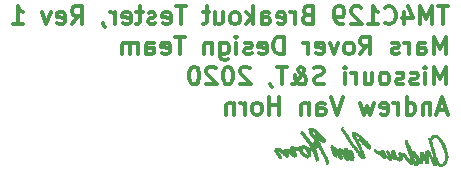
<source format=gbr>
G04 #@! TF.GenerationSoftware,KiCad,Pcbnew,(5.0.2)-1*
G04 #@! TF.CreationDate,2020-01-11T13:29:28-06:00*
G04 #@! TF.ProjectId,TM4C129 Breakout Tester,544d3443-3132-4392-9042-7265616b6f75,rev?*
G04 #@! TF.SameCoordinates,Original*
G04 #@! TF.FileFunction,Legend,Bot*
G04 #@! TF.FilePolarity,Positive*
%FSLAX46Y46*%
G04 Gerber Fmt 4.6, Leading zero omitted, Abs format (unit mm)*
G04 Created by KiCad (PCBNEW (5.0.2)-1) date 1/11/2020 1:29:28 PM*
%MOMM*%
%LPD*%
G01*
G04 APERTURE LIST*
%ADD10C,0.300000*%
%ADD11C,0.010000*%
G04 APERTURE END LIST*
D10*
X150030142Y-54789571D02*
X149173000Y-54789571D01*
X149601571Y-56289571D02*
X149601571Y-54789571D01*
X148673000Y-56289571D02*
X148673000Y-54789571D01*
X148173000Y-55861000D01*
X147673000Y-54789571D01*
X147673000Y-56289571D01*
X146315857Y-55289571D02*
X146315857Y-56289571D01*
X146673000Y-54718142D02*
X147030142Y-55789571D01*
X146101571Y-55789571D01*
X144673000Y-56146714D02*
X144744428Y-56218142D01*
X144958714Y-56289571D01*
X145101571Y-56289571D01*
X145315857Y-56218142D01*
X145458714Y-56075285D01*
X145530142Y-55932428D01*
X145601571Y-55646714D01*
X145601571Y-55432428D01*
X145530142Y-55146714D01*
X145458714Y-55003857D01*
X145315857Y-54861000D01*
X145101571Y-54789571D01*
X144958714Y-54789571D01*
X144744428Y-54861000D01*
X144673000Y-54932428D01*
X143244428Y-56289571D02*
X144101571Y-56289571D01*
X143673000Y-56289571D02*
X143673000Y-54789571D01*
X143815857Y-55003857D01*
X143958714Y-55146714D01*
X144101571Y-55218142D01*
X142673000Y-54932428D02*
X142601571Y-54861000D01*
X142458714Y-54789571D01*
X142101571Y-54789571D01*
X141958714Y-54861000D01*
X141887285Y-54932428D01*
X141815857Y-55075285D01*
X141815857Y-55218142D01*
X141887285Y-55432428D01*
X142744428Y-56289571D01*
X141815857Y-56289571D01*
X141101571Y-56289571D02*
X140815857Y-56289571D01*
X140673000Y-56218142D01*
X140601571Y-56146714D01*
X140458714Y-55932428D01*
X140387285Y-55646714D01*
X140387285Y-55075285D01*
X140458714Y-54932428D01*
X140530142Y-54861000D01*
X140673000Y-54789571D01*
X140958714Y-54789571D01*
X141101571Y-54861000D01*
X141173000Y-54932428D01*
X141244428Y-55075285D01*
X141244428Y-55432428D01*
X141173000Y-55575285D01*
X141101571Y-55646714D01*
X140958714Y-55718142D01*
X140673000Y-55718142D01*
X140530142Y-55646714D01*
X140458714Y-55575285D01*
X140387285Y-55432428D01*
X138101571Y-55503857D02*
X137887285Y-55575285D01*
X137815857Y-55646714D01*
X137744428Y-55789571D01*
X137744428Y-56003857D01*
X137815857Y-56146714D01*
X137887285Y-56218142D01*
X138030142Y-56289571D01*
X138601571Y-56289571D01*
X138601571Y-54789571D01*
X138101571Y-54789571D01*
X137958714Y-54861000D01*
X137887285Y-54932428D01*
X137815857Y-55075285D01*
X137815857Y-55218142D01*
X137887285Y-55361000D01*
X137958714Y-55432428D01*
X138101571Y-55503857D01*
X138601571Y-55503857D01*
X137101571Y-56289571D02*
X137101571Y-55289571D01*
X137101571Y-55575285D02*
X137030142Y-55432428D01*
X136958714Y-55361000D01*
X136815857Y-55289571D01*
X136673000Y-55289571D01*
X135601571Y-56218142D02*
X135744428Y-56289571D01*
X136030142Y-56289571D01*
X136173000Y-56218142D01*
X136244428Y-56075285D01*
X136244428Y-55503857D01*
X136173000Y-55361000D01*
X136030142Y-55289571D01*
X135744428Y-55289571D01*
X135601571Y-55361000D01*
X135530142Y-55503857D01*
X135530142Y-55646714D01*
X136244428Y-55789571D01*
X134244428Y-56289571D02*
X134244428Y-55503857D01*
X134315857Y-55361000D01*
X134458714Y-55289571D01*
X134744428Y-55289571D01*
X134887285Y-55361000D01*
X134244428Y-56218142D02*
X134387285Y-56289571D01*
X134744428Y-56289571D01*
X134887285Y-56218142D01*
X134958714Y-56075285D01*
X134958714Y-55932428D01*
X134887285Y-55789571D01*
X134744428Y-55718142D01*
X134387285Y-55718142D01*
X134244428Y-55646714D01*
X133530142Y-56289571D02*
X133530142Y-54789571D01*
X133387285Y-55718142D02*
X132958714Y-56289571D01*
X132958714Y-55289571D02*
X133530142Y-55861000D01*
X132101571Y-56289571D02*
X132244428Y-56218142D01*
X132315857Y-56146714D01*
X132387285Y-56003857D01*
X132387285Y-55575285D01*
X132315857Y-55432428D01*
X132244428Y-55361000D01*
X132101571Y-55289571D01*
X131887285Y-55289571D01*
X131744428Y-55361000D01*
X131673000Y-55432428D01*
X131601571Y-55575285D01*
X131601571Y-56003857D01*
X131673000Y-56146714D01*
X131744428Y-56218142D01*
X131887285Y-56289571D01*
X132101571Y-56289571D01*
X130315857Y-55289571D02*
X130315857Y-56289571D01*
X130958714Y-55289571D02*
X130958714Y-56075285D01*
X130887285Y-56218142D01*
X130744428Y-56289571D01*
X130530142Y-56289571D01*
X130387285Y-56218142D01*
X130315857Y-56146714D01*
X129815857Y-55289571D02*
X129244428Y-55289571D01*
X129601571Y-54789571D02*
X129601571Y-56075285D01*
X129530142Y-56218142D01*
X129387285Y-56289571D01*
X129244428Y-56289571D01*
X127815857Y-54789571D02*
X126958714Y-54789571D01*
X127387285Y-56289571D02*
X127387285Y-54789571D01*
X125887285Y-56218142D02*
X126030142Y-56289571D01*
X126315857Y-56289571D01*
X126458714Y-56218142D01*
X126530142Y-56075285D01*
X126530142Y-55503857D01*
X126458714Y-55361000D01*
X126315857Y-55289571D01*
X126030142Y-55289571D01*
X125887285Y-55361000D01*
X125815857Y-55503857D01*
X125815857Y-55646714D01*
X126530142Y-55789571D01*
X125244428Y-56218142D02*
X125101571Y-56289571D01*
X124815857Y-56289571D01*
X124673000Y-56218142D01*
X124601571Y-56075285D01*
X124601571Y-56003857D01*
X124673000Y-55861000D01*
X124815857Y-55789571D01*
X125030142Y-55789571D01*
X125173000Y-55718142D01*
X125244428Y-55575285D01*
X125244428Y-55503857D01*
X125173000Y-55361000D01*
X125030142Y-55289571D01*
X124815857Y-55289571D01*
X124673000Y-55361000D01*
X124173000Y-55289571D02*
X123601571Y-55289571D01*
X123958714Y-54789571D02*
X123958714Y-56075285D01*
X123887285Y-56218142D01*
X123744428Y-56289571D01*
X123601571Y-56289571D01*
X122530142Y-56218142D02*
X122673000Y-56289571D01*
X122958714Y-56289571D01*
X123101571Y-56218142D01*
X123173000Y-56075285D01*
X123173000Y-55503857D01*
X123101571Y-55361000D01*
X122958714Y-55289571D01*
X122673000Y-55289571D01*
X122530142Y-55361000D01*
X122458714Y-55503857D01*
X122458714Y-55646714D01*
X123173000Y-55789571D01*
X121815857Y-56289571D02*
X121815857Y-55289571D01*
X121815857Y-55575285D02*
X121744428Y-55432428D01*
X121673000Y-55361000D01*
X121530142Y-55289571D01*
X121387285Y-55289571D01*
X120815857Y-56218142D02*
X120815857Y-56289571D01*
X120887285Y-56432428D01*
X120958714Y-56503857D01*
X118173000Y-56289571D02*
X118673000Y-55575285D01*
X119030142Y-56289571D02*
X119030142Y-54789571D01*
X118458714Y-54789571D01*
X118315857Y-54861000D01*
X118244428Y-54932428D01*
X118173000Y-55075285D01*
X118173000Y-55289571D01*
X118244428Y-55432428D01*
X118315857Y-55503857D01*
X118458714Y-55575285D01*
X119030142Y-55575285D01*
X116958714Y-56218142D02*
X117101571Y-56289571D01*
X117387285Y-56289571D01*
X117530142Y-56218142D01*
X117601571Y-56075285D01*
X117601571Y-55503857D01*
X117530142Y-55361000D01*
X117387285Y-55289571D01*
X117101571Y-55289571D01*
X116958714Y-55361000D01*
X116887285Y-55503857D01*
X116887285Y-55646714D01*
X117601571Y-55789571D01*
X116387285Y-55289571D02*
X116030142Y-56289571D01*
X115673000Y-55289571D01*
X113173000Y-56289571D02*
X114030142Y-56289571D01*
X113601571Y-56289571D02*
X113601571Y-54789571D01*
X113744428Y-55003857D01*
X113887285Y-55146714D01*
X114030142Y-55218142D01*
X149815857Y-58839571D02*
X149815857Y-57339571D01*
X149315857Y-58411000D01*
X148815857Y-57339571D01*
X148815857Y-58839571D01*
X147458714Y-58839571D02*
X147458714Y-58053857D01*
X147530142Y-57911000D01*
X147673000Y-57839571D01*
X147958714Y-57839571D01*
X148101571Y-57911000D01*
X147458714Y-58768142D02*
X147601571Y-58839571D01*
X147958714Y-58839571D01*
X148101571Y-58768142D01*
X148173000Y-58625285D01*
X148173000Y-58482428D01*
X148101571Y-58339571D01*
X147958714Y-58268142D01*
X147601571Y-58268142D01*
X147458714Y-58196714D01*
X146744428Y-58839571D02*
X146744428Y-57839571D01*
X146744428Y-58125285D02*
X146673000Y-57982428D01*
X146601571Y-57911000D01*
X146458714Y-57839571D01*
X146315857Y-57839571D01*
X145887285Y-58768142D02*
X145744428Y-58839571D01*
X145458714Y-58839571D01*
X145315857Y-58768142D01*
X145244428Y-58625285D01*
X145244428Y-58553857D01*
X145315857Y-58411000D01*
X145458714Y-58339571D01*
X145673000Y-58339571D01*
X145815857Y-58268142D01*
X145887285Y-58125285D01*
X145887285Y-58053857D01*
X145815857Y-57911000D01*
X145673000Y-57839571D01*
X145458714Y-57839571D01*
X145315857Y-57911000D01*
X142601571Y-58839571D02*
X143101571Y-58125285D01*
X143458714Y-58839571D02*
X143458714Y-57339571D01*
X142887285Y-57339571D01*
X142744428Y-57411000D01*
X142673000Y-57482428D01*
X142601571Y-57625285D01*
X142601571Y-57839571D01*
X142673000Y-57982428D01*
X142744428Y-58053857D01*
X142887285Y-58125285D01*
X143458714Y-58125285D01*
X141744428Y-58839571D02*
X141887285Y-58768142D01*
X141958714Y-58696714D01*
X142030142Y-58553857D01*
X142030142Y-58125285D01*
X141958714Y-57982428D01*
X141887285Y-57911000D01*
X141744428Y-57839571D01*
X141530142Y-57839571D01*
X141387285Y-57911000D01*
X141315857Y-57982428D01*
X141244428Y-58125285D01*
X141244428Y-58553857D01*
X141315857Y-58696714D01*
X141387285Y-58768142D01*
X141530142Y-58839571D01*
X141744428Y-58839571D01*
X140744428Y-57839571D02*
X140387285Y-58839571D01*
X140030142Y-57839571D01*
X138887285Y-58768142D02*
X139030142Y-58839571D01*
X139315857Y-58839571D01*
X139458714Y-58768142D01*
X139530142Y-58625285D01*
X139530142Y-58053857D01*
X139458714Y-57911000D01*
X139315857Y-57839571D01*
X139030142Y-57839571D01*
X138887285Y-57911000D01*
X138815857Y-58053857D01*
X138815857Y-58196714D01*
X139530142Y-58339571D01*
X138173000Y-58839571D02*
X138173000Y-57839571D01*
X138173000Y-58125285D02*
X138101571Y-57982428D01*
X138030142Y-57911000D01*
X137887285Y-57839571D01*
X137744428Y-57839571D01*
X136101571Y-58839571D02*
X136101571Y-57339571D01*
X135744428Y-57339571D01*
X135530142Y-57411000D01*
X135387285Y-57553857D01*
X135315857Y-57696714D01*
X135244428Y-57982428D01*
X135244428Y-58196714D01*
X135315857Y-58482428D01*
X135387285Y-58625285D01*
X135530142Y-58768142D01*
X135744428Y-58839571D01*
X136101571Y-58839571D01*
X134030142Y-58768142D02*
X134173000Y-58839571D01*
X134458714Y-58839571D01*
X134601571Y-58768142D01*
X134673000Y-58625285D01*
X134673000Y-58053857D01*
X134601571Y-57911000D01*
X134458714Y-57839571D01*
X134173000Y-57839571D01*
X134030142Y-57911000D01*
X133958714Y-58053857D01*
X133958714Y-58196714D01*
X134673000Y-58339571D01*
X133387285Y-58768142D02*
X133244428Y-58839571D01*
X132958714Y-58839571D01*
X132815857Y-58768142D01*
X132744428Y-58625285D01*
X132744428Y-58553857D01*
X132815857Y-58411000D01*
X132958714Y-58339571D01*
X133173000Y-58339571D01*
X133315857Y-58268142D01*
X133387285Y-58125285D01*
X133387285Y-58053857D01*
X133315857Y-57911000D01*
X133173000Y-57839571D01*
X132958714Y-57839571D01*
X132815857Y-57911000D01*
X132101571Y-58839571D02*
X132101571Y-57839571D01*
X132101571Y-57339571D02*
X132173000Y-57411000D01*
X132101571Y-57482428D01*
X132030142Y-57411000D01*
X132101571Y-57339571D01*
X132101571Y-57482428D01*
X130744428Y-57839571D02*
X130744428Y-59053857D01*
X130815857Y-59196714D01*
X130887285Y-59268142D01*
X131030142Y-59339571D01*
X131244428Y-59339571D01*
X131387285Y-59268142D01*
X130744428Y-58768142D02*
X130887285Y-58839571D01*
X131173000Y-58839571D01*
X131315857Y-58768142D01*
X131387285Y-58696714D01*
X131458714Y-58553857D01*
X131458714Y-58125285D01*
X131387285Y-57982428D01*
X131315857Y-57911000D01*
X131173000Y-57839571D01*
X130887285Y-57839571D01*
X130744428Y-57911000D01*
X130030142Y-57839571D02*
X130030142Y-58839571D01*
X130030142Y-57982428D02*
X129958714Y-57911000D01*
X129815857Y-57839571D01*
X129601571Y-57839571D01*
X129458714Y-57911000D01*
X129387285Y-58053857D01*
X129387285Y-58839571D01*
X127744428Y-57339571D02*
X126887285Y-57339571D01*
X127315857Y-58839571D02*
X127315857Y-57339571D01*
X125815857Y-58768142D02*
X125958714Y-58839571D01*
X126244428Y-58839571D01*
X126387285Y-58768142D01*
X126458714Y-58625285D01*
X126458714Y-58053857D01*
X126387285Y-57911000D01*
X126244428Y-57839571D01*
X125958714Y-57839571D01*
X125815857Y-57911000D01*
X125744428Y-58053857D01*
X125744428Y-58196714D01*
X126458714Y-58339571D01*
X124458714Y-58839571D02*
X124458714Y-58053857D01*
X124530142Y-57911000D01*
X124673000Y-57839571D01*
X124958714Y-57839571D01*
X125101571Y-57911000D01*
X124458714Y-58768142D02*
X124601571Y-58839571D01*
X124958714Y-58839571D01*
X125101571Y-58768142D01*
X125173000Y-58625285D01*
X125173000Y-58482428D01*
X125101571Y-58339571D01*
X124958714Y-58268142D01*
X124601571Y-58268142D01*
X124458714Y-58196714D01*
X123744428Y-58839571D02*
X123744428Y-57839571D01*
X123744428Y-57982428D02*
X123673000Y-57911000D01*
X123530142Y-57839571D01*
X123315857Y-57839571D01*
X123173000Y-57911000D01*
X123101571Y-58053857D01*
X123101571Y-58839571D01*
X123101571Y-58053857D02*
X123030142Y-57911000D01*
X122887285Y-57839571D01*
X122673000Y-57839571D01*
X122530142Y-57911000D01*
X122458714Y-58053857D01*
X122458714Y-58839571D01*
X149815857Y-61389571D02*
X149815857Y-59889571D01*
X149315857Y-60961000D01*
X148815857Y-59889571D01*
X148815857Y-61389571D01*
X148101571Y-61389571D02*
X148101571Y-60389571D01*
X148101571Y-59889571D02*
X148173000Y-59961000D01*
X148101571Y-60032428D01*
X148030142Y-59961000D01*
X148101571Y-59889571D01*
X148101571Y-60032428D01*
X147458714Y-61318142D02*
X147315857Y-61389571D01*
X147030142Y-61389571D01*
X146887285Y-61318142D01*
X146815857Y-61175285D01*
X146815857Y-61103857D01*
X146887285Y-60961000D01*
X147030142Y-60889571D01*
X147244428Y-60889571D01*
X147387285Y-60818142D01*
X147458714Y-60675285D01*
X147458714Y-60603857D01*
X147387285Y-60461000D01*
X147244428Y-60389571D01*
X147030142Y-60389571D01*
X146887285Y-60461000D01*
X146244428Y-61318142D02*
X146101571Y-61389571D01*
X145815857Y-61389571D01*
X145673000Y-61318142D01*
X145601571Y-61175285D01*
X145601571Y-61103857D01*
X145673000Y-60961000D01*
X145815857Y-60889571D01*
X146030142Y-60889571D01*
X146173000Y-60818142D01*
X146244428Y-60675285D01*
X146244428Y-60603857D01*
X146173000Y-60461000D01*
X146030142Y-60389571D01*
X145815857Y-60389571D01*
X145673000Y-60461000D01*
X144744428Y-61389571D02*
X144887285Y-61318142D01*
X144958714Y-61246714D01*
X145030142Y-61103857D01*
X145030142Y-60675285D01*
X144958714Y-60532428D01*
X144887285Y-60461000D01*
X144744428Y-60389571D01*
X144530142Y-60389571D01*
X144387285Y-60461000D01*
X144315857Y-60532428D01*
X144244428Y-60675285D01*
X144244428Y-61103857D01*
X144315857Y-61246714D01*
X144387285Y-61318142D01*
X144530142Y-61389571D01*
X144744428Y-61389571D01*
X142958714Y-60389571D02*
X142958714Y-61389571D01*
X143601571Y-60389571D02*
X143601571Y-61175285D01*
X143530142Y-61318142D01*
X143387285Y-61389571D01*
X143173000Y-61389571D01*
X143030142Y-61318142D01*
X142958714Y-61246714D01*
X142244428Y-61389571D02*
X142244428Y-60389571D01*
X142244428Y-60675285D02*
X142173000Y-60532428D01*
X142101571Y-60461000D01*
X141958714Y-60389571D01*
X141815857Y-60389571D01*
X141315857Y-61389571D02*
X141315857Y-60389571D01*
X141315857Y-59889571D02*
X141387285Y-59961000D01*
X141315857Y-60032428D01*
X141244428Y-59961000D01*
X141315857Y-59889571D01*
X141315857Y-60032428D01*
X139530142Y-61318142D02*
X139315857Y-61389571D01*
X138958714Y-61389571D01*
X138815857Y-61318142D01*
X138744428Y-61246714D01*
X138673000Y-61103857D01*
X138673000Y-60961000D01*
X138744428Y-60818142D01*
X138815857Y-60746714D01*
X138958714Y-60675285D01*
X139244428Y-60603857D01*
X139387285Y-60532428D01*
X139458714Y-60461000D01*
X139530142Y-60318142D01*
X139530142Y-60175285D01*
X139458714Y-60032428D01*
X139387285Y-59961000D01*
X139244428Y-59889571D01*
X138887285Y-59889571D01*
X138673000Y-59961000D01*
X136815857Y-61389571D02*
X136887285Y-61389571D01*
X137030142Y-61318142D01*
X137244428Y-61103857D01*
X137601571Y-60675285D01*
X137744428Y-60461000D01*
X137815857Y-60246714D01*
X137815857Y-60103857D01*
X137744428Y-59961000D01*
X137601571Y-59889571D01*
X137530142Y-59889571D01*
X137387285Y-59961000D01*
X137315857Y-60103857D01*
X137315857Y-60175285D01*
X137387285Y-60318142D01*
X137458714Y-60389571D01*
X137887285Y-60675285D01*
X137958714Y-60746714D01*
X138030142Y-60889571D01*
X138030142Y-61103857D01*
X137958714Y-61246714D01*
X137887285Y-61318142D01*
X137744428Y-61389571D01*
X137530142Y-61389571D01*
X137387285Y-61318142D01*
X137315857Y-61246714D01*
X137101571Y-60961000D01*
X137030142Y-60746714D01*
X137030142Y-60603857D01*
X136387285Y-59889571D02*
X135530142Y-59889571D01*
X135958714Y-61389571D02*
X135958714Y-59889571D01*
X134958714Y-61318142D02*
X134958714Y-61389571D01*
X135030142Y-61532428D01*
X135101571Y-61603857D01*
X133244428Y-60032428D02*
X133173000Y-59961000D01*
X133030142Y-59889571D01*
X132673000Y-59889571D01*
X132530142Y-59961000D01*
X132458714Y-60032428D01*
X132387285Y-60175285D01*
X132387285Y-60318142D01*
X132458714Y-60532428D01*
X133315857Y-61389571D01*
X132387285Y-61389571D01*
X131458714Y-59889571D02*
X131315857Y-59889571D01*
X131173000Y-59961000D01*
X131101571Y-60032428D01*
X131030142Y-60175285D01*
X130958714Y-60461000D01*
X130958714Y-60818142D01*
X131030142Y-61103857D01*
X131101571Y-61246714D01*
X131173000Y-61318142D01*
X131315857Y-61389571D01*
X131458714Y-61389571D01*
X131601571Y-61318142D01*
X131673000Y-61246714D01*
X131744428Y-61103857D01*
X131815857Y-60818142D01*
X131815857Y-60461000D01*
X131744428Y-60175285D01*
X131673000Y-60032428D01*
X131601571Y-59961000D01*
X131458714Y-59889571D01*
X130387285Y-60032428D02*
X130315857Y-59961000D01*
X130173000Y-59889571D01*
X129815857Y-59889571D01*
X129673000Y-59961000D01*
X129601571Y-60032428D01*
X129530142Y-60175285D01*
X129530142Y-60318142D01*
X129601571Y-60532428D01*
X130458714Y-61389571D01*
X129530142Y-61389571D01*
X128601571Y-59889571D02*
X128458714Y-59889571D01*
X128315857Y-59961000D01*
X128244428Y-60032428D01*
X128173000Y-60175285D01*
X128101571Y-60461000D01*
X128101571Y-60818142D01*
X128173000Y-61103857D01*
X128244428Y-61246714D01*
X128315857Y-61318142D01*
X128458714Y-61389571D01*
X128601571Y-61389571D01*
X128744428Y-61318142D01*
X128815857Y-61246714D01*
X128887285Y-61103857D01*
X128958714Y-60818142D01*
X128958714Y-60461000D01*
X128887285Y-60175285D01*
X128815857Y-60032428D01*
X128744428Y-59961000D01*
X128601571Y-59889571D01*
X149887285Y-63511000D02*
X149173000Y-63511000D01*
X150030142Y-63939571D02*
X149530142Y-62439571D01*
X149030142Y-63939571D01*
X148530142Y-62939571D02*
X148530142Y-63939571D01*
X148530142Y-63082428D02*
X148458714Y-63011000D01*
X148315857Y-62939571D01*
X148101571Y-62939571D01*
X147958714Y-63011000D01*
X147887285Y-63153857D01*
X147887285Y-63939571D01*
X146530142Y-63939571D02*
X146530142Y-62439571D01*
X146530142Y-63868142D02*
X146673000Y-63939571D01*
X146958714Y-63939571D01*
X147101571Y-63868142D01*
X147173000Y-63796714D01*
X147244428Y-63653857D01*
X147244428Y-63225285D01*
X147173000Y-63082428D01*
X147101571Y-63011000D01*
X146958714Y-62939571D01*
X146673000Y-62939571D01*
X146530142Y-63011000D01*
X145815857Y-63939571D02*
X145815857Y-62939571D01*
X145815857Y-63225285D02*
X145744428Y-63082428D01*
X145673000Y-63011000D01*
X145530142Y-62939571D01*
X145387285Y-62939571D01*
X144315857Y-63868142D02*
X144458714Y-63939571D01*
X144744428Y-63939571D01*
X144887285Y-63868142D01*
X144958714Y-63725285D01*
X144958714Y-63153857D01*
X144887285Y-63011000D01*
X144744428Y-62939571D01*
X144458714Y-62939571D01*
X144315857Y-63011000D01*
X144244428Y-63153857D01*
X144244428Y-63296714D01*
X144958714Y-63439571D01*
X143744428Y-62939571D02*
X143458714Y-63939571D01*
X143173000Y-63225285D01*
X142887285Y-63939571D01*
X142601571Y-62939571D01*
X141101571Y-62439571D02*
X140601571Y-63939571D01*
X140101571Y-62439571D01*
X138958714Y-63939571D02*
X138958714Y-63153857D01*
X139030142Y-63011000D01*
X139173000Y-62939571D01*
X139458714Y-62939571D01*
X139601571Y-63011000D01*
X138958714Y-63868142D02*
X139101571Y-63939571D01*
X139458714Y-63939571D01*
X139601571Y-63868142D01*
X139673000Y-63725285D01*
X139673000Y-63582428D01*
X139601571Y-63439571D01*
X139458714Y-63368142D01*
X139101571Y-63368142D01*
X138958714Y-63296714D01*
X138244428Y-62939571D02*
X138244428Y-63939571D01*
X138244428Y-63082428D02*
X138173000Y-63011000D01*
X138030142Y-62939571D01*
X137815857Y-62939571D01*
X137673000Y-63011000D01*
X137601571Y-63153857D01*
X137601571Y-63939571D01*
X135744428Y-63939571D02*
X135744428Y-62439571D01*
X135744428Y-63153857D02*
X134887285Y-63153857D01*
X134887285Y-63939571D02*
X134887285Y-62439571D01*
X133958714Y-63939571D02*
X134101571Y-63868142D01*
X134173000Y-63796714D01*
X134244428Y-63653857D01*
X134244428Y-63225285D01*
X134173000Y-63082428D01*
X134101571Y-63011000D01*
X133958714Y-62939571D01*
X133744428Y-62939571D01*
X133601571Y-63011000D01*
X133530142Y-63082428D01*
X133458714Y-63225285D01*
X133458714Y-63653857D01*
X133530142Y-63796714D01*
X133601571Y-63868142D01*
X133744428Y-63939571D01*
X133958714Y-63939571D01*
X132815857Y-63939571D02*
X132815857Y-62939571D01*
X132815857Y-63225285D02*
X132744428Y-63082428D01*
X132673000Y-63011000D01*
X132530142Y-62939571D01*
X132387285Y-62939571D01*
X131887285Y-62939571D02*
X131887285Y-63939571D01*
X131887285Y-63082428D02*
X131815857Y-63011000D01*
X131673000Y-62939571D01*
X131458714Y-62939571D01*
X131315857Y-63011000D01*
X131244428Y-63153857D01*
X131244428Y-63939571D01*
D11*
G04 #@! TO.C,G\002A\002A\002A*
G36*
X141091691Y-65004561D02*
X141058920Y-65025512D01*
X141011993Y-65062470D01*
X140973058Y-65095615D01*
X140956576Y-65122645D01*
X140958260Y-65151198D01*
X140970593Y-65182693D01*
X140995560Y-65230259D01*
X141030202Y-65289098D01*
X141071563Y-65354413D01*
X141116684Y-65421403D01*
X141162607Y-65485272D01*
X141171394Y-65496941D01*
X141207247Y-65546794D01*
X141244104Y-65602484D01*
X141278922Y-65658857D01*
X141308659Y-65710759D01*
X141330272Y-65753036D01*
X141340719Y-65780533D01*
X141341230Y-65784671D01*
X141351142Y-65802302D01*
X141367282Y-65815541D01*
X141387752Y-65834838D01*
X141393333Y-65848802D01*
X141402114Y-65867764D01*
X141424084Y-65894671D01*
X141433421Y-65904050D01*
X141460084Y-65935723D01*
X141490506Y-65981028D01*
X141516404Y-66026974D01*
X141557186Y-66106566D01*
X141589304Y-66166757D01*
X141615238Y-66211697D01*
X141637465Y-66245535D01*
X141658463Y-66272420D01*
X141672020Y-66287487D01*
X141699557Y-66319399D01*
X141731528Y-66360421D01*
X141763898Y-66404821D01*
X141792630Y-66446862D01*
X141813687Y-66480809D01*
X141823034Y-66500928D01*
X141823179Y-66502263D01*
X141831435Y-66518680D01*
X141851708Y-66543699D01*
X141855714Y-66547970D01*
X141880522Y-66577118D01*
X141911840Y-66618255D01*
X141937125Y-66654097D01*
X141982764Y-66719334D01*
X142034598Y-66789958D01*
X142088059Y-66860044D01*
X142138581Y-66923669D01*
X142181597Y-66974908D01*
X142200461Y-66995724D01*
X142234485Y-67032389D01*
X142265364Y-67066916D01*
X142278291Y-67082051D01*
X142300831Y-67109040D01*
X142332915Y-67147082D01*
X142363766Y-67183435D01*
X142401873Y-67234496D01*
X142420778Y-67274953D01*
X142422596Y-67287640D01*
X142433566Y-67334133D01*
X142466303Y-67387912D01*
X142521408Y-67449667D01*
X142599482Y-67520087D01*
X142684075Y-67587061D01*
X142732344Y-67620057D01*
X142772688Y-67636726D01*
X142815093Y-67639655D01*
X142861529Y-67633019D01*
X142890433Y-67618317D01*
X142921184Y-67589949D01*
X142945823Y-67556818D01*
X142956392Y-67527825D01*
X142956410Y-67526883D01*
X142951909Y-67504934D01*
X142939950Y-67466150D01*
X142922845Y-67417845D01*
X142917333Y-67403309D01*
X142899135Y-67353159D01*
X142885455Y-67309948D01*
X142878624Y-67281227D01*
X142878256Y-67276853D01*
X142872889Y-67252790D01*
X142858837Y-67214001D01*
X142839752Y-67170221D01*
X142815709Y-67116341D01*
X142788632Y-67051309D01*
X142764101Y-66988558D01*
X142762535Y-66984359D01*
X142668624Y-66757022D01*
X142618044Y-66652205D01*
X142592737Y-66597943D01*
X142567027Y-66536057D01*
X142553655Y-66500185D01*
X142533993Y-66451745D01*
X142505615Y-66391507D01*
X142473506Y-66329832D01*
X142460953Y-66307461D01*
X142433550Y-66258798D01*
X142411908Y-66218385D01*
X142398852Y-66191612D01*
X142396307Y-66184148D01*
X142389503Y-66168201D01*
X142371891Y-66138232D01*
X142353383Y-66109846D01*
X142325383Y-66064573D01*
X142294070Y-66008018D01*
X142267633Y-65955333D01*
X142243813Y-65907523D01*
X142220845Y-65866277D01*
X142203314Y-65839775D01*
X142201907Y-65838103D01*
X142184278Y-65813120D01*
X142162189Y-65774982D01*
X142138440Y-65729532D01*
X142115829Y-65682611D01*
X142097156Y-65640064D01*
X142085220Y-65607731D01*
X142082821Y-65591456D01*
X142083414Y-65590787D01*
X142103582Y-65591150D01*
X142137910Y-65603367D01*
X142179277Y-65624263D01*
X142220565Y-65650662D01*
X142225072Y-65653971D01*
X142261986Y-65678554D01*
X142309468Y-65706385D01*
X142339463Y-65722345D01*
X142379927Y-65746261D01*
X142428302Y-65779899D01*
X142478654Y-65818506D01*
X142525051Y-65857330D01*
X142561561Y-65891618D01*
X142582252Y-65916619D01*
X142582478Y-65917017D01*
X142584203Y-65931009D01*
X142564909Y-65935705D01*
X142559128Y-65935795D01*
X142513030Y-65943727D01*
X142474833Y-65964369D01*
X142447633Y-65992984D01*
X142434524Y-66024840D01*
X142438602Y-66055201D01*
X142462961Y-66079332D01*
X142464692Y-66080252D01*
X142494225Y-66100205D01*
X142525796Y-66127931D01*
X142527400Y-66129556D01*
X142562525Y-66159851D01*
X142599943Y-66184581D01*
X142631656Y-66211012D01*
X142660937Y-66251156D01*
X142667096Y-66262735D01*
X142715216Y-66340212D01*
X142772357Y-66395220D01*
X142795202Y-66409354D01*
X142819186Y-66426057D01*
X142856599Y-66456616D01*
X142902276Y-66496646D01*
X142949897Y-66540666D01*
X142997528Y-66584333D01*
X143040957Y-66621345D01*
X143075439Y-66647836D01*
X143096225Y-66659941D01*
X143096435Y-66660001D01*
X143119201Y-66670248D01*
X143125743Y-66678782D01*
X143135706Y-66691384D01*
X143161969Y-66714350D01*
X143199096Y-66743689D01*
X143241647Y-66775407D01*
X143284186Y-66805512D01*
X143321276Y-66830013D01*
X143347477Y-66844915D01*
X143355659Y-66847590D01*
X143369775Y-66836694D01*
X143373230Y-66820770D01*
X143377919Y-66802521D01*
X143385356Y-66801444D01*
X143400908Y-66799419D01*
X143413293Y-66774319D01*
X143421890Y-66728995D01*
X143426076Y-66666300D01*
X143426071Y-66614503D01*
X143415437Y-66571715D01*
X143386439Y-66515531D01*
X143341009Y-66448888D01*
X143281078Y-66374724D01*
X143234500Y-66323063D01*
X143198318Y-66283285D01*
X143170172Y-66250045D01*
X143154074Y-66228195D01*
X143151794Y-66222993D01*
X143141080Y-66209841D01*
X143126770Y-66203146D01*
X143109875Y-66191785D01*
X143078003Y-66164987D01*
X143034534Y-66125799D01*
X142998648Y-66092103D01*
X142769667Y-66092103D01*
X142758583Y-66083606D01*
X142741487Y-66066051D01*
X142728200Y-66047346D01*
X142729822Y-66040000D01*
X142745262Y-66049828D01*
X142758002Y-66066051D01*
X142768790Y-66085954D01*
X142769667Y-66092103D01*
X142998648Y-66092103D01*
X142982848Y-66077268D01*
X142927063Y-66023166D01*
X142827734Y-65926101D01*
X142743136Y-65845346D01*
X142670145Y-65778242D01*
X142605637Y-65722128D01*
X142546487Y-65674347D01*
X142489571Y-65632238D01*
X142431763Y-65593143D01*
X142392633Y-65568338D01*
X142326159Y-65528597D01*
X142251231Y-65486128D01*
X142180393Y-65447971D01*
X142155333Y-65435152D01*
X142101161Y-65408512D01*
X142063387Y-65392151D01*
X142035270Y-65384369D01*
X142010072Y-65383470D01*
X141981056Y-65387753D01*
X141973282Y-65389263D01*
X141921514Y-65403218D01*
X141890006Y-65423746D01*
X141872976Y-65456637D01*
X141865752Y-65496974D01*
X141865148Y-65545421D01*
X141871485Y-65601522D01*
X141882973Y-65655804D01*
X141897818Y-65698796D01*
X141906891Y-65714359D01*
X141922017Y-65738027D01*
X141941334Y-65773531D01*
X141947568Y-65786000D01*
X141970740Y-65828187D01*
X141996014Y-65866819D01*
X142001161Y-65873591D01*
X142022247Y-65904804D01*
X142047601Y-65948794D01*
X142065916Y-65984309D01*
X142090553Y-66032326D01*
X142115933Y-66077651D01*
X142131225Y-66102304D01*
X142152728Y-66140932D01*
X142167282Y-66178801D01*
X142168227Y-66182685D01*
X142182937Y-66218139D01*
X142207619Y-66253819D01*
X142210017Y-66256478D01*
X142233339Y-66287216D01*
X142263681Y-66334849D01*
X142297266Y-66392566D01*
X142330318Y-66453552D01*
X142359059Y-66510995D01*
X142379714Y-66558083D01*
X142384394Y-66571038D01*
X142398516Y-66607655D01*
X142420057Y-66656627D01*
X142443939Y-66706509D01*
X142464962Y-66749453D01*
X142480413Y-66782940D01*
X142487360Y-66800574D01*
X142487487Y-66801445D01*
X142492606Y-66815863D01*
X142506484Y-66848762D01*
X142526899Y-66894998D01*
X142547598Y-66940652D01*
X142574896Y-67004098D01*
X142599175Y-67067699D01*
X142618890Y-67126517D01*
X142632495Y-67175614D01*
X142638447Y-67210051D01*
X142636285Y-67224159D01*
X142624824Y-67218499D01*
X142600575Y-67196077D01*
X142566875Y-67160590D01*
X142527062Y-67115737D01*
X142484474Y-67065214D01*
X142442450Y-67012720D01*
X142425693Y-66990872D01*
X142391898Y-66946694D01*
X142362956Y-66909846D01*
X142343157Y-66885742D01*
X142338017Y-66880154D01*
X142323380Y-66863042D01*
X142299592Y-66832003D01*
X142277730Y-66802000D01*
X142247502Y-66760645D01*
X142218747Y-66722986D01*
X142203646Y-66704308D01*
X142148736Y-66638868D01*
X142103857Y-66583185D01*
X142062837Y-66529157D01*
X142019506Y-66468677D01*
X141972974Y-66401362D01*
X141931033Y-66339972D01*
X141890463Y-66280380D01*
X141855481Y-66228793D01*
X141830303Y-66191418D01*
X141827283Y-66186898D01*
X141794666Y-66139288D01*
X141759426Y-66089767D01*
X141744750Y-66069826D01*
X141721487Y-66034619D01*
X141691696Y-65983690D01*
X141659863Y-65924923D01*
X141639893Y-65885628D01*
X141607217Y-65823529D01*
X141571294Y-65761845D01*
X141537502Y-65709553D01*
X141520529Y-65686469D01*
X141487932Y-65642416D01*
X141459304Y-65598400D01*
X141443428Y-65569187D01*
X141422956Y-65534979D01*
X141386700Y-65485966D01*
X141337467Y-65425591D01*
X141278065Y-65357297D01*
X141211406Y-65284640D01*
X141183728Y-65249131D01*
X141152843Y-65200357D01*
X141126369Y-65150724D01*
X141084115Y-65062271D01*
X141109413Y-65030110D01*
X141125303Y-65007938D01*
X141124678Y-64999270D01*
X141112690Y-64997949D01*
X141091691Y-65004561D01*
X141091691Y-65004561D01*
G37*
X141091691Y-65004561D02*
X141058920Y-65025512D01*
X141011993Y-65062470D01*
X140973058Y-65095615D01*
X140956576Y-65122645D01*
X140958260Y-65151198D01*
X140970593Y-65182693D01*
X140995560Y-65230259D01*
X141030202Y-65289098D01*
X141071563Y-65354413D01*
X141116684Y-65421403D01*
X141162607Y-65485272D01*
X141171394Y-65496941D01*
X141207247Y-65546794D01*
X141244104Y-65602484D01*
X141278922Y-65658857D01*
X141308659Y-65710759D01*
X141330272Y-65753036D01*
X141340719Y-65780533D01*
X141341230Y-65784671D01*
X141351142Y-65802302D01*
X141367282Y-65815541D01*
X141387752Y-65834838D01*
X141393333Y-65848802D01*
X141402114Y-65867764D01*
X141424084Y-65894671D01*
X141433421Y-65904050D01*
X141460084Y-65935723D01*
X141490506Y-65981028D01*
X141516404Y-66026974D01*
X141557186Y-66106566D01*
X141589304Y-66166757D01*
X141615238Y-66211697D01*
X141637465Y-66245535D01*
X141658463Y-66272420D01*
X141672020Y-66287487D01*
X141699557Y-66319399D01*
X141731528Y-66360421D01*
X141763898Y-66404821D01*
X141792630Y-66446862D01*
X141813687Y-66480809D01*
X141823034Y-66500928D01*
X141823179Y-66502263D01*
X141831435Y-66518680D01*
X141851708Y-66543699D01*
X141855714Y-66547970D01*
X141880522Y-66577118D01*
X141911840Y-66618255D01*
X141937125Y-66654097D01*
X141982764Y-66719334D01*
X142034598Y-66789958D01*
X142088059Y-66860044D01*
X142138581Y-66923669D01*
X142181597Y-66974908D01*
X142200461Y-66995724D01*
X142234485Y-67032389D01*
X142265364Y-67066916D01*
X142278291Y-67082051D01*
X142300831Y-67109040D01*
X142332915Y-67147082D01*
X142363766Y-67183435D01*
X142401873Y-67234496D01*
X142420778Y-67274953D01*
X142422596Y-67287640D01*
X142433566Y-67334133D01*
X142466303Y-67387912D01*
X142521408Y-67449667D01*
X142599482Y-67520087D01*
X142684075Y-67587061D01*
X142732344Y-67620057D01*
X142772688Y-67636726D01*
X142815093Y-67639655D01*
X142861529Y-67633019D01*
X142890433Y-67618317D01*
X142921184Y-67589949D01*
X142945823Y-67556818D01*
X142956392Y-67527825D01*
X142956410Y-67526883D01*
X142951909Y-67504934D01*
X142939950Y-67466150D01*
X142922845Y-67417845D01*
X142917333Y-67403309D01*
X142899135Y-67353159D01*
X142885455Y-67309948D01*
X142878624Y-67281227D01*
X142878256Y-67276853D01*
X142872889Y-67252790D01*
X142858837Y-67214001D01*
X142839752Y-67170221D01*
X142815709Y-67116341D01*
X142788632Y-67051309D01*
X142764101Y-66988558D01*
X142762535Y-66984359D01*
X142668624Y-66757022D01*
X142618044Y-66652205D01*
X142592737Y-66597943D01*
X142567027Y-66536057D01*
X142553655Y-66500185D01*
X142533993Y-66451745D01*
X142505615Y-66391507D01*
X142473506Y-66329832D01*
X142460953Y-66307461D01*
X142433550Y-66258798D01*
X142411908Y-66218385D01*
X142398852Y-66191612D01*
X142396307Y-66184148D01*
X142389503Y-66168201D01*
X142371891Y-66138232D01*
X142353383Y-66109846D01*
X142325383Y-66064573D01*
X142294070Y-66008018D01*
X142267633Y-65955333D01*
X142243813Y-65907523D01*
X142220845Y-65866277D01*
X142203314Y-65839775D01*
X142201907Y-65838103D01*
X142184278Y-65813120D01*
X142162189Y-65774982D01*
X142138440Y-65729532D01*
X142115829Y-65682611D01*
X142097156Y-65640064D01*
X142085220Y-65607731D01*
X142082821Y-65591456D01*
X142083414Y-65590787D01*
X142103582Y-65591150D01*
X142137910Y-65603367D01*
X142179277Y-65624263D01*
X142220565Y-65650662D01*
X142225072Y-65653971D01*
X142261986Y-65678554D01*
X142309468Y-65706385D01*
X142339463Y-65722345D01*
X142379927Y-65746261D01*
X142428302Y-65779899D01*
X142478654Y-65818506D01*
X142525051Y-65857330D01*
X142561561Y-65891618D01*
X142582252Y-65916619D01*
X142582478Y-65917017D01*
X142584203Y-65931009D01*
X142564909Y-65935705D01*
X142559128Y-65935795D01*
X142513030Y-65943727D01*
X142474833Y-65964369D01*
X142447633Y-65992984D01*
X142434524Y-66024840D01*
X142438602Y-66055201D01*
X142462961Y-66079332D01*
X142464692Y-66080252D01*
X142494225Y-66100205D01*
X142525796Y-66127931D01*
X142527400Y-66129556D01*
X142562525Y-66159851D01*
X142599943Y-66184581D01*
X142631656Y-66211012D01*
X142660937Y-66251156D01*
X142667096Y-66262735D01*
X142715216Y-66340212D01*
X142772357Y-66395220D01*
X142795202Y-66409354D01*
X142819186Y-66426057D01*
X142856599Y-66456616D01*
X142902276Y-66496646D01*
X142949897Y-66540666D01*
X142997528Y-66584333D01*
X143040957Y-66621345D01*
X143075439Y-66647836D01*
X143096225Y-66659941D01*
X143096435Y-66660001D01*
X143119201Y-66670248D01*
X143125743Y-66678782D01*
X143135706Y-66691384D01*
X143161969Y-66714350D01*
X143199096Y-66743689D01*
X143241647Y-66775407D01*
X143284186Y-66805512D01*
X143321276Y-66830013D01*
X143347477Y-66844915D01*
X143355659Y-66847590D01*
X143369775Y-66836694D01*
X143373230Y-66820770D01*
X143377919Y-66802521D01*
X143385356Y-66801444D01*
X143400908Y-66799419D01*
X143413293Y-66774319D01*
X143421890Y-66728995D01*
X143426076Y-66666300D01*
X143426071Y-66614503D01*
X143415437Y-66571715D01*
X143386439Y-66515531D01*
X143341009Y-66448888D01*
X143281078Y-66374724D01*
X143234500Y-66323063D01*
X143198318Y-66283285D01*
X143170172Y-66250045D01*
X143154074Y-66228195D01*
X143151794Y-66222993D01*
X143141080Y-66209841D01*
X143126770Y-66203146D01*
X143109875Y-66191785D01*
X143078003Y-66164987D01*
X143034534Y-66125799D01*
X142998648Y-66092103D01*
X142769667Y-66092103D01*
X142758583Y-66083606D01*
X142741487Y-66066051D01*
X142728200Y-66047346D01*
X142729822Y-66040000D01*
X142745262Y-66049828D01*
X142758002Y-66066051D01*
X142768790Y-66085954D01*
X142769667Y-66092103D01*
X142998648Y-66092103D01*
X142982848Y-66077268D01*
X142927063Y-66023166D01*
X142827734Y-65926101D01*
X142743136Y-65845346D01*
X142670145Y-65778242D01*
X142605637Y-65722128D01*
X142546487Y-65674347D01*
X142489571Y-65632238D01*
X142431763Y-65593143D01*
X142392633Y-65568338D01*
X142326159Y-65528597D01*
X142251231Y-65486128D01*
X142180393Y-65447971D01*
X142155333Y-65435152D01*
X142101161Y-65408512D01*
X142063387Y-65392151D01*
X142035270Y-65384369D01*
X142010072Y-65383470D01*
X141981056Y-65387753D01*
X141973282Y-65389263D01*
X141921514Y-65403218D01*
X141890006Y-65423746D01*
X141872976Y-65456637D01*
X141865752Y-65496974D01*
X141865148Y-65545421D01*
X141871485Y-65601522D01*
X141882973Y-65655804D01*
X141897818Y-65698796D01*
X141906891Y-65714359D01*
X141922017Y-65738027D01*
X141941334Y-65773531D01*
X141947568Y-65786000D01*
X141970740Y-65828187D01*
X141996014Y-65866819D01*
X142001161Y-65873591D01*
X142022247Y-65904804D01*
X142047601Y-65948794D01*
X142065916Y-65984309D01*
X142090553Y-66032326D01*
X142115933Y-66077651D01*
X142131225Y-66102304D01*
X142152728Y-66140932D01*
X142167282Y-66178801D01*
X142168227Y-66182685D01*
X142182937Y-66218139D01*
X142207619Y-66253819D01*
X142210017Y-66256478D01*
X142233339Y-66287216D01*
X142263681Y-66334849D01*
X142297266Y-66392566D01*
X142330318Y-66453552D01*
X142359059Y-66510995D01*
X142379714Y-66558083D01*
X142384394Y-66571038D01*
X142398516Y-66607655D01*
X142420057Y-66656627D01*
X142443939Y-66706509D01*
X142464962Y-66749453D01*
X142480413Y-66782940D01*
X142487360Y-66800574D01*
X142487487Y-66801445D01*
X142492606Y-66815863D01*
X142506484Y-66848762D01*
X142526899Y-66894998D01*
X142547598Y-66940652D01*
X142574896Y-67004098D01*
X142599175Y-67067699D01*
X142618890Y-67126517D01*
X142632495Y-67175614D01*
X142638447Y-67210051D01*
X142636285Y-67224159D01*
X142624824Y-67218499D01*
X142600575Y-67196077D01*
X142566875Y-67160590D01*
X142527062Y-67115737D01*
X142484474Y-67065214D01*
X142442450Y-67012720D01*
X142425693Y-66990872D01*
X142391898Y-66946694D01*
X142362956Y-66909846D01*
X142343157Y-66885742D01*
X142338017Y-66880154D01*
X142323380Y-66863042D01*
X142299592Y-66832003D01*
X142277730Y-66802000D01*
X142247502Y-66760645D01*
X142218747Y-66722986D01*
X142203646Y-66704308D01*
X142148736Y-66638868D01*
X142103857Y-66583185D01*
X142062837Y-66529157D01*
X142019506Y-66468677D01*
X141972974Y-66401362D01*
X141931033Y-66339972D01*
X141890463Y-66280380D01*
X141855481Y-66228793D01*
X141830303Y-66191418D01*
X141827283Y-66186898D01*
X141794666Y-66139288D01*
X141759426Y-66089767D01*
X141744750Y-66069826D01*
X141721487Y-66034619D01*
X141691696Y-65983690D01*
X141659863Y-65924923D01*
X141639893Y-65885628D01*
X141607217Y-65823529D01*
X141571294Y-65761845D01*
X141537502Y-65709553D01*
X141520529Y-65686469D01*
X141487932Y-65642416D01*
X141459304Y-65598400D01*
X141443428Y-65569187D01*
X141422956Y-65534979D01*
X141386700Y-65485966D01*
X141337467Y-65425591D01*
X141278065Y-65357297D01*
X141211406Y-65284640D01*
X141183728Y-65249131D01*
X141152843Y-65200357D01*
X141126369Y-65150724D01*
X141084115Y-65062271D01*
X141109413Y-65030110D01*
X141125303Y-65007938D01*
X141124678Y-64999270D01*
X141112690Y-64997949D01*
X141091691Y-65004561D01*
G36*
X140151494Y-66545382D02*
X140142871Y-66559431D01*
X140134519Y-66573806D01*
X140113443Y-66598808D01*
X140101820Y-66611094D01*
X140060768Y-66653083D01*
X140076648Y-66727541D01*
X140088041Y-66771542D01*
X140106109Y-66830851D01*
X140128029Y-66896515D01*
X140143750Y-66940377D01*
X140164172Y-66996257D01*
X140180728Y-67042913D01*
X140191586Y-67075091D01*
X140194974Y-67087286D01*
X140200229Y-67102181D01*
X140214242Y-67134532D01*
X140234389Y-67178363D01*
X140242920Y-67196396D01*
X140269749Y-67255300D01*
X140295901Y-67317079D01*
X140316154Y-67369348D01*
X140317818Y-67374042D01*
X140344769Y-67451110D01*
X140434353Y-67481208D01*
X140523936Y-67511306D01*
X140517724Y-67456192D01*
X140515942Y-67415080D01*
X140519215Y-67381234D01*
X140520940Y-67375078D01*
X140522637Y-67342905D01*
X140516184Y-67323026D01*
X140504570Y-67299860D01*
X140501012Y-67290462D01*
X140493744Y-67263107D01*
X140479025Y-67219755D01*
X140459864Y-67168269D01*
X140439272Y-67116509D01*
X140420259Y-67072338D01*
X140407791Y-67046995D01*
X140391342Y-67010359D01*
X140388905Y-66988680D01*
X140398686Y-66984888D01*
X140418893Y-67001916D01*
X140428251Y-67013543D01*
X140450666Y-67042921D01*
X140467870Y-67064619D01*
X140468371Y-67065219D01*
X140480269Y-67086593D01*
X140481538Y-67093442D01*
X140489837Y-67109478D01*
X140491307Y-67110273D01*
X140508731Y-67126753D01*
X140531356Y-67158920D01*
X140554277Y-67198451D01*
X140572587Y-67237022D01*
X140580691Y-67261942D01*
X140595693Y-67300836D01*
X140620795Y-67338422D01*
X140623285Y-67341194D01*
X140661953Y-67387729D01*
X140703314Y-67444952D01*
X140739455Y-67501520D01*
X140755498Y-67530740D01*
X140777610Y-67565634D01*
X140807671Y-67602555D01*
X140813692Y-67608894D01*
X140842940Y-67643376D01*
X140865659Y-67678151D01*
X140868772Y-67684487D01*
X140887448Y-67713073D01*
X140905363Y-67718164D01*
X140919142Y-67699175D01*
X140920828Y-67693520D01*
X140933847Y-67674023D01*
X140947129Y-67674136D01*
X140972593Y-67672492D01*
X141004983Y-67657245D01*
X141034888Y-67634637D01*
X141052898Y-67610913D01*
X141054666Y-67602783D01*
X141060898Y-67578292D01*
X141067692Y-67570513D01*
X141079938Y-67553082D01*
X141068682Y-67528769D01*
X141058374Y-67517466D01*
X141041233Y-67491795D01*
X141021850Y-67450873D01*
X141004201Y-67404751D01*
X140992257Y-67363476D01*
X140989419Y-67343064D01*
X140983861Y-67320716D01*
X140969708Y-67284760D01*
X140957262Y-67257897D01*
X140933710Y-67200974D01*
X140925248Y-67157952D01*
X140932341Y-67131742D01*
X140936625Y-67128142D01*
X140951455Y-67132373D01*
X140970964Y-67152869D01*
X140972446Y-67154979D01*
X141000215Y-67190831D01*
X141025359Y-67218613D01*
X141045785Y-67241706D01*
X141054655Y-67257103D01*
X141054666Y-67257380D01*
X141061548Y-67273587D01*
X141078258Y-67300018D01*
X141079686Y-67302039D01*
X141099408Y-67333039D01*
X141124022Y-67376345D01*
X141150375Y-67425779D01*
X141175319Y-67475161D01*
X141195700Y-67518313D01*
X141208368Y-67549055D01*
X141210974Y-67559479D01*
X141220898Y-67578478D01*
X141241383Y-67596350D01*
X141271131Y-67623258D01*
X141288198Y-67646930D01*
X141308786Y-67671865D01*
X141342478Y-67700455D01*
X141361550Y-67713580D01*
X141399321Y-67741095D01*
X141430070Y-67769758D01*
X141439349Y-67781403D01*
X141457663Y-67802450D01*
X141473643Y-67801713D01*
X141477526Y-67798854D01*
X141488603Y-67775849D01*
X141487705Y-67757162D01*
X141486586Y-67737295D01*
X141498819Y-67736474D01*
X141513330Y-67750480D01*
X141513820Y-67757756D01*
X141518210Y-67771049D01*
X141537918Y-67768580D01*
X141568392Y-67751435D01*
X141581458Y-67741612D01*
X141602504Y-67723531D01*
X141612617Y-67707083D01*
X141613711Y-67683787D01*
X141607699Y-67645160D01*
X141605696Y-67634215D01*
X141597881Y-67583352D01*
X141597869Y-67556460D01*
X141605997Y-67552551D01*
X141622603Y-67570639D01*
X141625858Y-67575206D01*
X141651043Y-67607965D01*
X141676641Y-67637670D01*
X141696654Y-67661184D01*
X141705878Y-67675680D01*
X141705948Y-67676230D01*
X141713709Y-67688951D01*
X141733977Y-67715457D01*
X141760090Y-67747278D01*
X141800420Y-67787528D01*
X141836821Y-67809685D01*
X141865822Y-67812226D01*
X141880715Y-67800208D01*
X141897352Y-67793657D01*
X141918462Y-67794813D01*
X141946144Y-67792134D01*
X141974423Y-67770199D01*
X141983901Y-67759503D01*
X142005797Y-67730072D01*
X142017880Y-67707211D01*
X142018700Y-67703026D01*
X142019276Y-67683786D01*
X142020697Y-67645423D01*
X142022703Y-67594840D01*
X142023654Y-67571709D01*
X142024921Y-67507930D01*
X142021856Y-67461964D01*
X142013539Y-67425796D01*
X142004265Y-67402376D01*
X141988794Y-67358792D01*
X141980307Y-67316435D01*
X141979773Y-67307092D01*
X141974090Y-67268654D01*
X141960227Y-67223363D01*
X141954452Y-67209400D01*
X141954172Y-67208769D01*
X141694916Y-67208769D01*
X141687053Y-67212308D01*
X141673909Y-67205795D01*
X141289128Y-67205795D01*
X141282615Y-67212308D01*
X141276102Y-67205795D01*
X141282615Y-67199282D01*
X141289128Y-67205795D01*
X141673909Y-67205795D01*
X141666170Y-67201961D01*
X141653846Y-67186256D01*
X141645802Y-67166142D01*
X141647333Y-67160205D01*
X141647962Y-67150662D01*
X141640820Y-67134154D01*
X141630655Y-67112145D01*
X141633395Y-67109661D01*
X141646935Y-67124934D01*
X141669170Y-67156196D01*
X141671838Y-67160205D01*
X141691264Y-67192650D01*
X141694916Y-67208769D01*
X141954172Y-67208769D01*
X141933851Y-67163120D01*
X141913759Y-67117327D01*
X141909422Y-67107312D01*
X141890850Y-67076033D01*
X141859466Y-67034536D01*
X141821279Y-66990615D01*
X141811512Y-66980312D01*
X141771102Y-66940015D01*
X141741726Y-66915701D01*
X141717479Y-66903559D01*
X141692457Y-66899780D01*
X141686580Y-66899692D01*
X141643793Y-66905658D01*
X141597330Y-66920421D01*
X141587976Y-66924616D01*
X141536391Y-66949539D01*
X141504570Y-66895240D01*
X141476699Y-66855336D01*
X141439028Y-66810730D01*
X141413109Y-66784101D01*
X141378155Y-66752669D01*
X141353143Y-66736867D01*
X141330486Y-66733051D01*
X141312000Y-66735554D01*
X141273324Y-66750696D01*
X141237172Y-66775820D01*
X141236205Y-66776734D01*
X141215852Y-66799622D01*
X141206880Y-66823425D01*
X141206371Y-66858506D01*
X141207833Y-66877451D01*
X141214447Y-66925189D01*
X141226036Y-66984874D01*
X141239937Y-67042974D01*
X141253453Y-67093502D01*
X141265027Y-67136827D01*
X141272418Y-67164556D01*
X141272991Y-67166718D01*
X141273008Y-67178605D01*
X141262613Y-67170954D01*
X141244195Y-67146915D01*
X141220143Y-67109639D01*
X141192843Y-67062276D01*
X141190328Y-67057662D01*
X141162298Y-67013790D01*
X141123118Y-66962153D01*
X141080561Y-66912892D01*
X141074205Y-66906166D01*
X141029774Y-66862332D01*
X140993272Y-66833739D01*
X140956724Y-66814994D01*
X140922405Y-66803555D01*
X140867392Y-66789194D01*
X140828972Y-66784848D01*
X140799146Y-66791936D01*
X140769914Y-66811873D01*
X140744675Y-66835048D01*
X140712243Y-66869159D01*
X140695719Y-66896994D01*
X140690195Y-66927942D01*
X140689948Y-66939711D01*
X140688651Y-66972241D01*
X140682590Y-66984014D01*
X140668507Y-66980278D01*
X140665696Y-66978809D01*
X140647826Y-66961949D01*
X140622025Y-66928776D01*
X140593149Y-66885674D01*
X140585823Y-66873774D01*
X140530641Y-66796530D01*
X140460563Y-66719410D01*
X140382829Y-66649301D01*
X140304681Y-66593089D01*
X140270311Y-66573654D01*
X140219441Y-66551936D01*
X140178410Y-66542353D01*
X140151494Y-66545382D01*
X140151494Y-66545382D01*
G37*
X140151494Y-66545382D02*
X140142871Y-66559431D01*
X140134519Y-66573806D01*
X140113443Y-66598808D01*
X140101820Y-66611094D01*
X140060768Y-66653083D01*
X140076648Y-66727541D01*
X140088041Y-66771542D01*
X140106109Y-66830851D01*
X140128029Y-66896515D01*
X140143750Y-66940377D01*
X140164172Y-66996257D01*
X140180728Y-67042913D01*
X140191586Y-67075091D01*
X140194974Y-67087286D01*
X140200229Y-67102181D01*
X140214242Y-67134532D01*
X140234389Y-67178363D01*
X140242920Y-67196396D01*
X140269749Y-67255300D01*
X140295901Y-67317079D01*
X140316154Y-67369348D01*
X140317818Y-67374042D01*
X140344769Y-67451110D01*
X140434353Y-67481208D01*
X140523936Y-67511306D01*
X140517724Y-67456192D01*
X140515942Y-67415080D01*
X140519215Y-67381234D01*
X140520940Y-67375078D01*
X140522637Y-67342905D01*
X140516184Y-67323026D01*
X140504570Y-67299860D01*
X140501012Y-67290462D01*
X140493744Y-67263107D01*
X140479025Y-67219755D01*
X140459864Y-67168269D01*
X140439272Y-67116509D01*
X140420259Y-67072338D01*
X140407791Y-67046995D01*
X140391342Y-67010359D01*
X140388905Y-66988680D01*
X140398686Y-66984888D01*
X140418893Y-67001916D01*
X140428251Y-67013543D01*
X140450666Y-67042921D01*
X140467870Y-67064619D01*
X140468371Y-67065219D01*
X140480269Y-67086593D01*
X140481538Y-67093442D01*
X140489837Y-67109478D01*
X140491307Y-67110273D01*
X140508731Y-67126753D01*
X140531356Y-67158920D01*
X140554277Y-67198451D01*
X140572587Y-67237022D01*
X140580691Y-67261942D01*
X140595693Y-67300836D01*
X140620795Y-67338422D01*
X140623285Y-67341194D01*
X140661953Y-67387729D01*
X140703314Y-67444952D01*
X140739455Y-67501520D01*
X140755498Y-67530740D01*
X140777610Y-67565634D01*
X140807671Y-67602555D01*
X140813692Y-67608894D01*
X140842940Y-67643376D01*
X140865659Y-67678151D01*
X140868772Y-67684487D01*
X140887448Y-67713073D01*
X140905363Y-67718164D01*
X140919142Y-67699175D01*
X140920828Y-67693520D01*
X140933847Y-67674023D01*
X140947129Y-67674136D01*
X140972593Y-67672492D01*
X141004983Y-67657245D01*
X141034888Y-67634637D01*
X141052898Y-67610913D01*
X141054666Y-67602783D01*
X141060898Y-67578292D01*
X141067692Y-67570513D01*
X141079938Y-67553082D01*
X141068682Y-67528769D01*
X141058374Y-67517466D01*
X141041233Y-67491795D01*
X141021850Y-67450873D01*
X141004201Y-67404751D01*
X140992257Y-67363476D01*
X140989419Y-67343064D01*
X140983861Y-67320716D01*
X140969708Y-67284760D01*
X140957262Y-67257897D01*
X140933710Y-67200974D01*
X140925248Y-67157952D01*
X140932341Y-67131742D01*
X140936625Y-67128142D01*
X140951455Y-67132373D01*
X140970964Y-67152869D01*
X140972446Y-67154979D01*
X141000215Y-67190831D01*
X141025359Y-67218613D01*
X141045785Y-67241706D01*
X141054655Y-67257103D01*
X141054666Y-67257380D01*
X141061548Y-67273587D01*
X141078258Y-67300018D01*
X141079686Y-67302039D01*
X141099408Y-67333039D01*
X141124022Y-67376345D01*
X141150375Y-67425779D01*
X141175319Y-67475161D01*
X141195700Y-67518313D01*
X141208368Y-67549055D01*
X141210974Y-67559479D01*
X141220898Y-67578478D01*
X141241383Y-67596350D01*
X141271131Y-67623258D01*
X141288198Y-67646930D01*
X141308786Y-67671865D01*
X141342478Y-67700455D01*
X141361550Y-67713580D01*
X141399321Y-67741095D01*
X141430070Y-67769758D01*
X141439349Y-67781403D01*
X141457663Y-67802450D01*
X141473643Y-67801713D01*
X141477526Y-67798854D01*
X141488603Y-67775849D01*
X141487705Y-67757162D01*
X141486586Y-67737295D01*
X141498819Y-67736474D01*
X141513330Y-67750480D01*
X141513820Y-67757756D01*
X141518210Y-67771049D01*
X141537918Y-67768580D01*
X141568392Y-67751435D01*
X141581458Y-67741612D01*
X141602504Y-67723531D01*
X141612617Y-67707083D01*
X141613711Y-67683787D01*
X141607699Y-67645160D01*
X141605696Y-67634215D01*
X141597881Y-67583352D01*
X141597869Y-67556460D01*
X141605997Y-67552551D01*
X141622603Y-67570639D01*
X141625858Y-67575206D01*
X141651043Y-67607965D01*
X141676641Y-67637670D01*
X141696654Y-67661184D01*
X141705878Y-67675680D01*
X141705948Y-67676230D01*
X141713709Y-67688951D01*
X141733977Y-67715457D01*
X141760090Y-67747278D01*
X141800420Y-67787528D01*
X141836821Y-67809685D01*
X141865822Y-67812226D01*
X141880715Y-67800208D01*
X141897352Y-67793657D01*
X141918462Y-67794813D01*
X141946144Y-67792134D01*
X141974423Y-67770199D01*
X141983901Y-67759503D01*
X142005797Y-67730072D01*
X142017880Y-67707211D01*
X142018700Y-67703026D01*
X142019276Y-67683786D01*
X142020697Y-67645423D01*
X142022703Y-67594840D01*
X142023654Y-67571709D01*
X142024921Y-67507930D01*
X142021856Y-67461964D01*
X142013539Y-67425796D01*
X142004265Y-67402376D01*
X141988794Y-67358792D01*
X141980307Y-67316435D01*
X141979773Y-67307092D01*
X141974090Y-67268654D01*
X141960227Y-67223363D01*
X141954452Y-67209400D01*
X141954172Y-67208769D01*
X141694916Y-67208769D01*
X141687053Y-67212308D01*
X141673909Y-67205795D01*
X141289128Y-67205795D01*
X141282615Y-67212308D01*
X141276102Y-67205795D01*
X141282615Y-67199282D01*
X141289128Y-67205795D01*
X141673909Y-67205795D01*
X141666170Y-67201961D01*
X141653846Y-67186256D01*
X141645802Y-67166142D01*
X141647333Y-67160205D01*
X141647962Y-67150662D01*
X141640820Y-67134154D01*
X141630655Y-67112145D01*
X141633395Y-67109661D01*
X141646935Y-67124934D01*
X141669170Y-67156196D01*
X141671838Y-67160205D01*
X141691264Y-67192650D01*
X141694916Y-67208769D01*
X141954172Y-67208769D01*
X141933851Y-67163120D01*
X141913759Y-67117327D01*
X141909422Y-67107312D01*
X141890850Y-67076033D01*
X141859466Y-67034536D01*
X141821279Y-66990615D01*
X141811512Y-66980312D01*
X141771102Y-66940015D01*
X141741726Y-66915701D01*
X141717479Y-66903559D01*
X141692457Y-66899780D01*
X141686580Y-66899692D01*
X141643793Y-66905658D01*
X141597330Y-66920421D01*
X141587976Y-66924616D01*
X141536391Y-66949539D01*
X141504570Y-66895240D01*
X141476699Y-66855336D01*
X141439028Y-66810730D01*
X141413109Y-66784101D01*
X141378155Y-66752669D01*
X141353143Y-66736867D01*
X141330486Y-66733051D01*
X141312000Y-66735554D01*
X141273324Y-66750696D01*
X141237172Y-66775820D01*
X141236205Y-66776734D01*
X141215852Y-66799622D01*
X141206880Y-66823425D01*
X141206371Y-66858506D01*
X141207833Y-66877451D01*
X141214447Y-66925189D01*
X141226036Y-66984874D01*
X141239937Y-67042974D01*
X141253453Y-67093502D01*
X141265027Y-67136827D01*
X141272418Y-67164556D01*
X141272991Y-67166718D01*
X141273008Y-67178605D01*
X141262613Y-67170954D01*
X141244195Y-67146915D01*
X141220143Y-67109639D01*
X141192843Y-67062276D01*
X141190328Y-67057662D01*
X141162298Y-67013790D01*
X141123118Y-66962153D01*
X141080561Y-66912892D01*
X141074205Y-66906166D01*
X141029774Y-66862332D01*
X140993272Y-66833739D01*
X140956724Y-66814994D01*
X140922405Y-66803555D01*
X140867392Y-66789194D01*
X140828972Y-66784848D01*
X140799146Y-66791936D01*
X140769914Y-66811873D01*
X140744675Y-66835048D01*
X140712243Y-66869159D01*
X140695719Y-66896994D01*
X140690195Y-66927942D01*
X140689948Y-66939711D01*
X140688651Y-66972241D01*
X140682590Y-66984014D01*
X140668507Y-66980278D01*
X140665696Y-66978809D01*
X140647826Y-66961949D01*
X140622025Y-66928776D01*
X140593149Y-66885674D01*
X140585823Y-66873774D01*
X140530641Y-66796530D01*
X140460563Y-66719410D01*
X140382829Y-66649301D01*
X140304681Y-66593089D01*
X140270311Y-66573654D01*
X140219441Y-66551936D01*
X140178410Y-66542353D01*
X140151494Y-66545382D01*
G36*
X138287052Y-65076583D02*
X138268772Y-65104037D01*
X138267179Y-65115918D01*
X138259035Y-65136629D01*
X138248099Y-65141231D01*
X138229678Y-65150221D01*
X138213526Y-65170059D01*
X138207072Y-65190040D01*
X138209666Y-65196606D01*
X138213984Y-65211800D01*
X138219656Y-65246446D01*
X138225675Y-65294051D01*
X138227647Y-65312293D01*
X138240264Y-65393706D01*
X138261895Y-65464552D01*
X138282953Y-65512462D01*
X138321023Y-65585970D01*
X138361466Y-65655002D01*
X138399836Y-65712296D01*
X138423487Y-65741986D01*
X138459230Y-65782621D01*
X138495165Y-65825182D01*
X138537529Y-65877130D01*
X138563701Y-65909744D01*
X138602395Y-65956568D01*
X138641791Y-66001703D01*
X138674079Y-66036234D01*
X138677239Y-66039373D01*
X138704017Y-66068847D01*
X138720527Y-66093197D01*
X138723076Y-66101245D01*
X138731044Y-66116819D01*
X138736102Y-66118154D01*
X138746721Y-66129052D01*
X138749128Y-66143940D01*
X138736134Y-66169576D01*
X138697238Y-66196183D01*
X138694585Y-66197552D01*
X138657631Y-66218242D01*
X138628859Y-66237545D01*
X138622014Y-66243407D01*
X138602600Y-66258478D01*
X138594396Y-66261436D01*
X138581195Y-66273068D01*
X138566305Y-66303082D01*
X138552272Y-66344157D01*
X138541643Y-66388969D01*
X138537102Y-66426191D01*
X138533035Y-66462246D01*
X138525873Y-66484151D01*
X138521179Y-66487399D01*
X138507593Y-66475607D01*
X138488902Y-66448332D01*
X138481581Y-66435296D01*
X138444489Y-66366025D01*
X138416216Y-66315200D01*
X138393860Y-66278001D01*
X138374518Y-66249609D01*
X138355287Y-66225204D01*
X138354417Y-66224169D01*
X138324908Y-66183687D01*
X138296528Y-66136406D01*
X138289763Y-66123220D01*
X138270851Y-66089953D01*
X138253840Y-66069339D01*
X138247367Y-66066051D01*
X138234341Y-66055129D01*
X138216325Y-66027013D01*
X138203389Y-66001095D01*
X138180630Y-65959042D01*
X138155171Y-65923890D01*
X138142452Y-65911297D01*
X138120141Y-65890159D01*
X138110871Y-65874249D01*
X138100610Y-65859817D01*
X138078901Y-65844933D01*
X138057760Y-65826936D01*
X138028423Y-65793997D01*
X137996444Y-65753305D01*
X137967374Y-65712046D01*
X137946765Y-65677409D01*
X137942813Y-65668769D01*
X137930628Y-65650582D01*
X137910249Y-65627139D01*
X137867857Y-65582036D01*
X137838792Y-65548914D01*
X137817796Y-65521494D01*
X137803269Y-65499436D01*
X137756226Y-65433002D01*
X137710403Y-65385386D01*
X137667936Y-65358091D01*
X137630959Y-65352622D01*
X137609215Y-65362807D01*
X137592786Y-65384398D01*
X137589846Y-65395739D01*
X137580229Y-65414800D01*
X137557488Y-65436478D01*
X137525130Y-65460359D01*
X137563088Y-65539673D01*
X137587589Y-65584048D01*
X137613709Y-65620852D01*
X137633408Y-65640192D01*
X137655544Y-65660710D01*
X137685930Y-65696614D01*
X137719012Y-65741193D01*
X137728756Y-65755440D01*
X137771842Y-65818549D01*
X137806123Y-65865340D01*
X137836320Y-65901764D01*
X137867153Y-65933770D01*
X137879666Y-65945683D01*
X137903199Y-65972183D01*
X137915123Y-65994408D01*
X137915487Y-65997332D01*
X137921302Y-66009837D01*
X137926270Y-66008822D01*
X137938919Y-66014577D01*
X137961320Y-66034726D01*
X137987645Y-66062784D01*
X138012066Y-66092265D01*
X138028756Y-66116684D01*
X138032717Y-66127271D01*
X138042502Y-66141728D01*
X138058530Y-66154058D01*
X138078983Y-66174606D01*
X138103075Y-66209536D01*
X138116541Y-66233720D01*
X138137767Y-66270536D01*
X138157645Y-66296738D01*
X138167212Y-66304350D01*
X138183651Y-66319520D01*
X138204280Y-66349906D01*
X138214048Y-66367848D01*
X138233322Y-66405542D01*
X138249241Y-66435588D01*
X138253837Y-66443795D01*
X138264035Y-66463898D01*
X138281725Y-66501285D01*
X138303844Y-66549425D01*
X138314962Y-66574051D01*
X138340449Y-66627280D01*
X138366011Y-66674741D01*
X138387455Y-66708849D01*
X138394073Y-66717200D01*
X138414689Y-66740935D01*
X138423336Y-66756631D01*
X138417103Y-66765804D01*
X138393077Y-66769965D01*
X138348346Y-66770628D01*
X138293230Y-66769603D01*
X138232198Y-66764731D01*
X138185265Y-66750298D01*
X138141341Y-66721784D01*
X138111086Y-66695358D01*
X138080601Y-66671774D01*
X138052686Y-66657210D01*
X138052256Y-66657077D01*
X138021770Y-66642342D01*
X138000153Y-66626942D01*
X137972070Y-66608678D01*
X137927844Y-66585826D01*
X137875976Y-66562242D01*
X137824970Y-66541780D01*
X137783325Y-66528297D01*
X137781807Y-66527916D01*
X137715460Y-66523537D01*
X137648612Y-66539513D01*
X137591672Y-66573178D01*
X137586331Y-66577968D01*
X137557466Y-66608386D01*
X137537140Y-66635860D01*
X137533158Y-66643903D01*
X137522741Y-66660248D01*
X137506439Y-66653233D01*
X137504932Y-66652000D01*
X137479407Y-66640903D01*
X137442253Y-66634809D01*
X137436386Y-66634549D01*
X137398448Y-66638404D01*
X137367313Y-66656088D01*
X137347146Y-66675298D01*
X137319131Y-66699498D01*
X137288303Y-66713116D01*
X137249790Y-66716309D01*
X137198722Y-66709229D01*
X137130227Y-66692034D01*
X137099585Y-66683165D01*
X137009630Y-66657719D01*
X136928694Y-66637103D01*
X136861326Y-66622366D01*
X136812076Y-66614556D01*
X136797452Y-66613586D01*
X136770637Y-66622676D01*
X136737664Y-66645835D01*
X136706226Y-66675944D01*
X136684020Y-66705880D01*
X136678051Y-66724083D01*
X136670532Y-66741258D01*
X136664256Y-66743385D01*
X136656193Y-66751229D01*
X136657933Y-66755472D01*
X136654067Y-66768616D01*
X136642379Y-66774868D01*
X136626063Y-66790525D01*
X136608526Y-66822030D01*
X136594078Y-66859775D01*
X136587025Y-66894151D01*
X136586871Y-66898674D01*
X136597379Y-66911337D01*
X136624401Y-66930659D01*
X136648743Y-66945011D01*
X136701831Y-66983107D01*
X136747417Y-67032175D01*
X136778467Y-67084011D01*
X136785451Y-67104504D01*
X136788785Y-67123744D01*
X136780759Y-67125821D01*
X136758152Y-67114187D01*
X136701357Y-67077602D01*
X136650117Y-67036048D01*
X136622156Y-67007154D01*
X136600578Y-66985940D01*
X136584862Y-66977846D01*
X136568180Y-66970147D01*
X136539233Y-66950339D01*
X136516081Y-66932256D01*
X136483728Y-66907074D01*
X136459349Y-66890517D01*
X136450771Y-66886667D01*
X136434397Y-66879802D01*
X136407988Y-66863179D01*
X136406523Y-66862146D01*
X136365882Y-66842139D01*
X136310630Y-66825740D01*
X136251747Y-66815243D01*
X136200207Y-66812941D01*
X136182034Y-66815254D01*
X136145070Y-66834016D01*
X136129924Y-66858565D01*
X136115704Y-66894796D01*
X136104923Y-66919231D01*
X136090993Y-66951350D01*
X136079060Y-66982161D01*
X136065088Y-67003994D01*
X136048507Y-67012863D01*
X136037148Y-67007031D01*
X136036861Y-66991532D01*
X136033034Y-66981770D01*
X136028142Y-66983510D01*
X136010330Y-66981657D01*
X135996185Y-66971453D01*
X135977058Y-66955560D01*
X135968701Y-66951795D01*
X135954770Y-66944087D01*
X135924320Y-66922802D01*
X135881126Y-66890700D01*
X135828961Y-66850540D01*
X135811846Y-66837112D01*
X135765228Y-66810262D01*
X135701376Y-66786410D01*
X135628792Y-66767475D01*
X135555978Y-66755376D01*
X135491436Y-66752033D01*
X135453974Y-66756331D01*
X135426978Y-66772406D01*
X135395237Y-66804988D01*
X135363725Y-66846879D01*
X135337416Y-66890881D01*
X135321282Y-66929795D01*
X135318927Y-66951795D01*
X135328460Y-66991343D01*
X135343360Y-67036446D01*
X135360216Y-67078193D01*
X135375617Y-67107669D01*
X135381232Y-67114615D01*
X135399582Y-67133901D01*
X135425993Y-67165009D01*
X135455758Y-67201940D01*
X135484168Y-67238696D01*
X135506517Y-67269278D01*
X135518097Y-67287687D01*
X135518769Y-67289875D01*
X135525904Y-67304045D01*
X135544635Y-67333350D01*
X135570955Y-67372069D01*
X135600855Y-67414478D01*
X135630326Y-67454853D01*
X135655359Y-67487471D01*
X135666674Y-67501043D01*
X135678886Y-67520989D01*
X135678333Y-67530350D01*
X135680700Y-67537368D01*
X135685931Y-67537949D01*
X135698694Y-67548708D01*
X135701128Y-67561395D01*
X135711947Y-67594172D01*
X135744005Y-67612324D01*
X135778992Y-67616103D01*
X135822691Y-67608862D01*
X135849321Y-67585368D01*
X135860878Y-67542964D01*
X135861365Y-67506393D01*
X135857868Y-67464365D01*
X135852286Y-67431176D01*
X135849322Y-67421726D01*
X135840683Y-67398814D01*
X135839022Y-67391833D01*
X135830509Y-67375632D01*
X135817524Y-67358692D01*
X135797464Y-67330162D01*
X135788625Y-67312680D01*
X135775778Y-67293840D01*
X135768187Y-67290462D01*
X135757348Y-67280287D01*
X135737964Y-67254301D01*
X135714415Y-67219312D01*
X135691081Y-67182128D01*
X135672343Y-67149555D01*
X135662580Y-67128403D01*
X135662051Y-67125506D01*
X135654704Y-67109490D01*
X135637860Y-67088151D01*
X135619316Y-67070039D01*
X135606864Y-67063703D01*
X135606125Y-67064165D01*
X135596633Y-67059001D01*
X135582357Y-67038418D01*
X135568191Y-67011183D01*
X135559031Y-66986063D01*
X135557846Y-66977690D01*
X135568491Y-66969051D01*
X135595236Y-66969312D01*
X135630292Y-66976979D01*
X135665871Y-66990555D01*
X135686321Y-67002352D01*
X135719438Y-67022411D01*
X135747155Y-67034736D01*
X135769468Y-67047832D01*
X135802380Y-67074233D01*
X135838335Y-67107802D01*
X135871783Y-67140005D01*
X135898522Y-67163311D01*
X135913021Y-67172913D01*
X135913344Y-67172947D01*
X135931648Y-67180532D01*
X135939395Y-67186060D01*
X135959234Y-67202100D01*
X135989053Y-67226075D01*
X135997717Y-67233023D01*
X136023556Y-67258967D01*
X136036474Y-67282406D01*
X136036794Y-67288057D01*
X136045458Y-67308550D01*
X136072359Y-67326438D01*
X136113522Y-67345503D01*
X136136158Y-67358322D01*
X136145854Y-67368501D01*
X136147828Y-67375128D01*
X136159023Y-67392468D01*
X136185905Y-67420152D01*
X136222856Y-67453527D01*
X136264259Y-67487942D01*
X136304499Y-67518744D01*
X136337959Y-67541281D01*
X136359021Y-67550901D01*
X136360124Y-67550974D01*
X136381362Y-67540490D01*
X136386427Y-67532346D01*
X136403049Y-67514875D01*
X136430326Y-67500906D01*
X136462475Y-67479229D01*
X136475874Y-67448043D01*
X136485576Y-67417671D01*
X136496619Y-67400607D01*
X136496694Y-67400560D01*
X136508992Y-67379120D01*
X136507853Y-67343955D01*
X136495454Y-67302193D01*
X136473972Y-67260962D01*
X136445584Y-67227392D01*
X136443179Y-67225333D01*
X136432090Y-67211747D01*
X136411595Y-67183437D01*
X136393166Y-67156815D01*
X136369510Y-67115387D01*
X136364724Y-67090980D01*
X136376969Y-67084812D01*
X136404404Y-67098101D01*
X136439138Y-67126385D01*
X136500050Y-67180440D01*
X136554433Y-67222856D01*
X136612923Y-67261594D01*
X136647578Y-67282390D01*
X136688403Y-67308465D01*
X136719731Y-67332465D01*
X136734944Y-67349306D01*
X136735076Y-67349629D01*
X136750044Y-67364517D01*
X136782652Y-67385538D01*
X136826536Y-67408703D01*
X136837914Y-67414081D01*
X136886407Y-67438418D01*
X136927950Y-67462720D01*
X136954703Y-67482334D01*
X136957265Y-67484921D01*
X136976837Y-67504097D01*
X136994083Y-67509633D01*
X137016890Y-67500990D01*
X137051960Y-67478424D01*
X137091919Y-67446473D01*
X137116408Y-67411808D01*
X137128579Y-67367174D01*
X137131584Y-67305315D01*
X137131462Y-67295428D01*
X137128905Y-67242895D01*
X137121688Y-67206686D01*
X137107223Y-67177158D01*
X137095189Y-67160205D01*
X137068518Y-67120350D01*
X137046703Y-67079716D01*
X137043513Y-67072282D01*
X137029293Y-67044060D01*
X137016571Y-67030231D01*
X137015137Y-67029949D01*
X137004833Y-67019445D01*
X137003692Y-67011390D01*
X136994819Y-66992871D01*
X136971889Y-66964313D01*
X136948680Y-66940487D01*
X136920593Y-66911261D01*
X136903958Y-66888946D01*
X136901913Y-66879899D01*
X136917131Y-66880438D01*
X136949239Y-66889706D01*
X136991381Y-66905711D01*
X136992745Y-66906282D01*
X137062527Y-66929691D01*
X137136186Y-66944594D01*
X137206463Y-66950302D01*
X137266103Y-66946126D01*
X137300600Y-66935546D01*
X137330477Y-66924437D01*
X137350636Y-66923619D01*
X137351590Y-66924151D01*
X137363642Y-66938635D01*
X137384535Y-66969438D01*
X137410071Y-67010325D01*
X137414031Y-67016923D01*
X137441914Y-67061243D01*
X137467999Y-67098651D01*
X137486994Y-67121596D01*
X137488133Y-67122656D01*
X137506674Y-67147134D01*
X137511692Y-67164248D01*
X137519712Y-67183119D01*
X137541065Y-67215431D01*
X137571691Y-67255230D01*
X137583188Y-67269049D01*
X137634361Y-67323757D01*
X137679733Y-67359162D01*
X137712607Y-67375445D01*
X137748341Y-67392061D01*
X137772475Y-67408796D01*
X137777314Y-67415243D01*
X137792898Y-67431244D01*
X137823156Y-67448970D01*
X137832465Y-67453130D01*
X137868970Y-67473150D01*
X137896695Y-67496478D01*
X137899886Y-67500541D01*
X137932227Y-67529735D01*
X137980974Y-67554851D01*
X138036483Y-67571802D01*
X138079691Y-67576740D01*
X138119825Y-67572237D01*
X138158083Y-67555445D01*
X138194352Y-67530315D01*
X138264827Y-67472991D01*
X138314569Y-67422357D01*
X138346081Y-67373321D01*
X138361867Y-67320794D01*
X138362595Y-67303415D01*
X138162181Y-67303415D01*
X138156680Y-67328789D01*
X138137977Y-67352454D01*
X138110605Y-67366794D01*
X138099809Y-67368201D01*
X138080533Y-67362021D01*
X138046438Y-67345378D01*
X138004687Y-67321789D01*
X138002117Y-67320243D01*
X137953329Y-67287046D01*
X137898122Y-67243415D01*
X137840059Y-67192891D01*
X137782704Y-67139014D01*
X137729621Y-67085324D01*
X137684375Y-67035360D01*
X137650528Y-66992664D01*
X137631645Y-66960775D01*
X137628923Y-66949556D01*
X137621875Y-66926015D01*
X137608087Y-66901793D01*
X137594738Y-66877423D01*
X137598683Y-66859203D01*
X137605568Y-66850049D01*
X137624203Y-66821765D01*
X137639970Y-66790432D01*
X137650052Y-66769823D01*
X137662562Y-66759383D01*
X137684827Y-66756844D01*
X137724171Y-66759940D01*
X137734881Y-66761051D01*
X137783592Y-66769096D01*
X137833102Y-66782051D01*
X137877298Y-66797657D01*
X137910066Y-66813652D01*
X137925291Y-66827778D01*
X137925469Y-66831504D01*
X137931794Y-66846629D01*
X137951790Y-66871973D01*
X137964333Y-66885247D01*
X137989845Y-66914498D01*
X138004923Y-66938814D01*
X138006666Y-66945637D01*
X138016551Y-66967909D01*
X138023700Y-66973942D01*
X138040347Y-66993599D01*
X138061416Y-67031525D01*
X138084140Y-67080951D01*
X138105753Y-67135106D01*
X138123490Y-67187221D01*
X138134583Y-67230523D01*
X138136923Y-67251071D01*
X138143009Y-67275817D01*
X138149948Y-67283949D01*
X138162181Y-67303415D01*
X138362595Y-67303415D01*
X138364430Y-67259685D01*
X138358106Y-67197361D01*
X138349339Y-67141742D01*
X138339535Y-67088963D01*
X138331056Y-67051429D01*
X138323651Y-67018662D01*
X138321740Y-66998536D01*
X138322471Y-66996366D01*
X138337632Y-66991706D01*
X138370358Y-66985718D01*
X138412402Y-66979498D01*
X138455519Y-66974144D01*
X138491462Y-66970752D01*
X138511986Y-66970419D01*
X138513715Y-66970925D01*
X138523909Y-66985527D01*
X138542015Y-67019128D01*
X138565551Y-67066842D01*
X138592030Y-67123780D01*
X138596703Y-67134154D01*
X138611857Y-67170935D01*
X138630684Y-67220665D01*
X138646257Y-67264410D01*
X138663028Y-67310047D01*
X138678611Y-67347163D01*
X138689260Y-67367124D01*
X138702004Y-67390735D01*
X138704086Y-67399688D01*
X138709388Y-67424440D01*
X138712564Y-67433744D01*
X138720293Y-67457819D01*
X138730873Y-67495416D01*
X138735216Y-67511897D01*
X138747108Y-67553583D01*
X138758903Y-67588192D01*
X138762399Y-67596564D01*
X138771240Y-67621182D01*
X138783835Y-67663035D01*
X138797781Y-67714042D01*
X138800928Y-67726223D01*
X138814611Y-67775806D01*
X138827508Y-67815704D01*
X138837339Y-67839042D01*
X138839226Y-67841668D01*
X138858023Y-67847544D01*
X138873906Y-67833719D01*
X138879384Y-67810718D01*
X138883544Y-67789287D01*
X138897836Y-67789434D01*
X138920828Y-67807117D01*
X138938710Y-67820247D01*
X138954146Y-67817788D01*
X138977213Y-67798333D01*
X139000734Y-67768878D01*
X139007666Y-67736120D01*
X138998277Y-67693556D01*
X138983054Y-67656456D01*
X138967740Y-67612501D01*
X138964374Y-67578024D01*
X138965619Y-67572086D01*
X138975360Y-67513099D01*
X138973180Y-67444913D01*
X138960462Y-67377914D01*
X138938592Y-67322489D01*
X138930690Y-67310000D01*
X138923631Y-67292227D01*
X138912544Y-67255527D01*
X138899311Y-67206345D01*
X138892638Y-67179744D01*
X138876147Y-67115737D01*
X138857971Y-67050341D01*
X138841435Y-66995411D01*
X138837832Y-66984359D01*
X138816582Y-66919361D01*
X138803635Y-66873973D01*
X138798620Y-66843240D01*
X138801168Y-66822207D01*
X138810910Y-66805918D01*
X138823561Y-66793041D01*
X138853520Y-66758478D01*
X138875649Y-66723846D01*
X138897899Y-66689919D01*
X138929287Y-66652810D01*
X138939540Y-66642464D01*
X138965912Y-66613216D01*
X138981646Y-66588197D01*
X138983589Y-66580593D01*
X138989009Y-66562405D01*
X139001979Y-66564445D01*
X139017566Y-66584075D01*
X139026179Y-66603359D01*
X139035727Y-66634416D01*
X139038862Y-66653983D01*
X139038682Y-66654996D01*
X139043317Y-66670419D01*
X139058398Y-66703848D01*
X139081477Y-66750650D01*
X139110106Y-66806197D01*
X139141837Y-66865855D01*
X139174220Y-66924995D01*
X139204807Y-66978986D01*
X139231150Y-67023196D01*
X139243816Y-67042974D01*
X139264102Y-67078444D01*
X139283062Y-67119226D01*
X139283603Y-67120569D01*
X139301216Y-67156532D01*
X139320100Y-67184011D01*
X139321798Y-67185799D01*
X139334606Y-67204631D01*
X139356645Y-67243610D01*
X139386148Y-67299263D01*
X139421347Y-67368120D01*
X139460475Y-67446712D01*
X139501765Y-67531568D01*
X139543451Y-67619217D01*
X139554191Y-67642154D01*
X139588850Y-67723003D01*
X139620262Y-67808536D01*
X139646418Y-67892177D01*
X139665304Y-67967348D01*
X139674909Y-68027475D01*
X139675618Y-68039161D01*
X139677689Y-68079400D01*
X139684494Y-68101330D01*
X139701895Y-68109025D01*
X139735754Y-68106565D01*
X139765948Y-68101982D01*
X139800246Y-68087786D01*
X139823682Y-68056153D01*
X139837114Y-68004846D01*
X139841403Y-67931629D01*
X139841075Y-67906599D01*
X139828460Y-67790761D01*
X139798145Y-67670212D01*
X139753156Y-67556026D01*
X139736328Y-67522959D01*
X139650623Y-67363528D01*
X139565529Y-67202448D01*
X139543446Y-67160226D01*
X139512405Y-67102806D01*
X139482530Y-67051106D01*
X139457471Y-67011243D01*
X139442376Y-66990892D01*
X139426213Y-66968074D01*
X139401383Y-66926840D01*
X139370711Y-66872152D01*
X139337022Y-66808974D01*
X139320028Y-66775949D01*
X139280576Y-66696235D01*
X139252913Y-66634974D01*
X139235495Y-66588240D01*
X139226774Y-66552107D01*
X139225111Y-66534974D01*
X139221063Y-66502269D01*
X139209735Y-66467994D01*
X139188448Y-66426111D01*
X139154527Y-66370581D01*
X139147168Y-66359128D01*
X139115404Y-66310514D01*
X139088521Y-66270447D01*
X139069812Y-66243767D01*
X139063036Y-66235385D01*
X139052472Y-66222316D01*
X139031242Y-66192768D01*
X139003066Y-66151980D01*
X138987959Y-66129639D01*
X138954581Y-66076456D01*
X138935104Y-66037500D01*
X138930838Y-66015461D01*
X138931534Y-66013872D01*
X138943760Y-66006305D01*
X138963679Y-66018029D01*
X138970943Y-66024532D01*
X139004120Y-66049739D01*
X139042169Y-66071674D01*
X139076124Y-66091404D01*
X139101113Y-66112031D01*
X139102030Y-66113098D01*
X139128979Y-66134293D01*
X139174435Y-66158522D01*
X139232686Y-66183840D01*
X139298017Y-66208301D01*
X139364718Y-66229960D01*
X139427076Y-66246870D01*
X139479379Y-66257087D01*
X139515914Y-66258665D01*
X139523946Y-66256805D01*
X139538854Y-66238646D01*
X139543692Y-66209742D01*
X139549199Y-66178829D01*
X139563650Y-66170256D01*
X139583977Y-66158680D01*
X139597508Y-66129193D01*
X139601241Y-66089660D01*
X139599794Y-66075646D01*
X139578759Y-66005697D01*
X139559630Y-65974024D01*
X138902242Y-65974024D01*
X138900460Y-65974872D01*
X138888573Y-65965702D01*
X138885897Y-65961846D01*
X138882578Y-65949669D01*
X138884360Y-65948820D01*
X138896247Y-65957990D01*
X138898923Y-65961846D01*
X138902242Y-65974024D01*
X139559630Y-65974024D01*
X139536583Y-65935867D01*
X139531684Y-65930409D01*
X139257128Y-65930409D01*
X139253433Y-65935132D01*
X139239369Y-65930514D01*
X139210466Y-65914648D01*
X139186018Y-65900069D01*
X139147334Y-65874126D01*
X139128120Y-65855361D01*
X139129976Y-65845595D01*
X139137331Y-65844615D01*
X139152321Y-65851566D01*
X139179243Y-65868768D01*
X139210452Y-65890749D01*
X139238307Y-65912034D01*
X139255164Y-65927150D01*
X139257128Y-65930409D01*
X139531684Y-65930409D01*
X139471428Y-65863289D01*
X139451590Y-65844615D01*
X139400177Y-65797215D01*
X139083292Y-65797215D01*
X139078544Y-65800177D01*
X139055471Y-65788575D01*
X139052855Y-65787153D01*
X139027691Y-65769754D01*
X138989909Y-65739224D01*
X138945571Y-65700589D01*
X138918461Y-65675719D01*
X138863598Y-65626411D01*
X138821622Y-65595459D01*
X138787987Y-65581860D01*
X138758145Y-65584613D01*
X138727548Y-65602716D01*
X138699551Y-65627502D01*
X138656486Y-65668769D01*
X138599758Y-65603641D01*
X138548187Y-65537264D01*
X138507524Y-65470563D01*
X138479536Y-65407797D01*
X138465988Y-65353225D01*
X138468644Y-65311108D01*
X138473869Y-65299876D01*
X138491689Y-65294439D01*
X138525664Y-65302825D01*
X138571632Y-65322556D01*
X138625430Y-65351150D01*
X138682895Y-65386128D01*
X138739864Y-65425009D01*
X138792174Y-65465312D01*
X138835663Y-65504558D01*
X138857178Y-65528264D01*
X138877293Y-65551335D01*
X138909363Y-65586250D01*
X138947134Y-65626225D01*
X138954871Y-65634279D01*
X138998719Y-65680175D01*
X139028471Y-65712674D01*
X139048362Y-65736884D01*
X139062629Y-65757918D01*
X139073888Y-65777841D01*
X139083292Y-65797215D01*
X139400177Y-65797215D01*
X139380485Y-65779061D01*
X139323983Y-65725654D01*
X139277085Y-65679386D01*
X139234790Y-65635249D01*
X139192097Y-65588235D01*
X139165948Y-65558553D01*
X139096481Y-65481836D01*
X139023872Y-65406492D01*
X138952447Y-65336682D01*
X138886535Y-65276565D01*
X138830463Y-65230300D01*
X138806356Y-65212913D01*
X138727147Y-65165506D01*
X138644240Y-65125688D01*
X138564175Y-65096026D01*
X138493489Y-65079089D01*
X138458045Y-65076103D01*
X138411186Y-65073917D01*
X138370455Y-65068331D01*
X138354274Y-65064000D01*
X138318574Y-65061437D01*
X138287052Y-65076583D01*
X138287052Y-65076583D01*
G37*
X138287052Y-65076583D02*
X138268772Y-65104037D01*
X138267179Y-65115918D01*
X138259035Y-65136629D01*
X138248099Y-65141231D01*
X138229678Y-65150221D01*
X138213526Y-65170059D01*
X138207072Y-65190040D01*
X138209666Y-65196606D01*
X138213984Y-65211800D01*
X138219656Y-65246446D01*
X138225675Y-65294051D01*
X138227647Y-65312293D01*
X138240264Y-65393706D01*
X138261895Y-65464552D01*
X138282953Y-65512462D01*
X138321023Y-65585970D01*
X138361466Y-65655002D01*
X138399836Y-65712296D01*
X138423487Y-65741986D01*
X138459230Y-65782621D01*
X138495165Y-65825182D01*
X138537529Y-65877130D01*
X138563701Y-65909744D01*
X138602395Y-65956568D01*
X138641791Y-66001703D01*
X138674079Y-66036234D01*
X138677239Y-66039373D01*
X138704017Y-66068847D01*
X138720527Y-66093197D01*
X138723076Y-66101245D01*
X138731044Y-66116819D01*
X138736102Y-66118154D01*
X138746721Y-66129052D01*
X138749128Y-66143940D01*
X138736134Y-66169576D01*
X138697238Y-66196183D01*
X138694585Y-66197552D01*
X138657631Y-66218242D01*
X138628859Y-66237545D01*
X138622014Y-66243407D01*
X138602600Y-66258478D01*
X138594396Y-66261436D01*
X138581195Y-66273068D01*
X138566305Y-66303082D01*
X138552272Y-66344157D01*
X138541643Y-66388969D01*
X138537102Y-66426191D01*
X138533035Y-66462246D01*
X138525873Y-66484151D01*
X138521179Y-66487399D01*
X138507593Y-66475607D01*
X138488902Y-66448332D01*
X138481581Y-66435296D01*
X138444489Y-66366025D01*
X138416216Y-66315200D01*
X138393860Y-66278001D01*
X138374518Y-66249609D01*
X138355287Y-66225204D01*
X138354417Y-66224169D01*
X138324908Y-66183687D01*
X138296528Y-66136406D01*
X138289763Y-66123220D01*
X138270851Y-66089953D01*
X138253840Y-66069339D01*
X138247367Y-66066051D01*
X138234341Y-66055129D01*
X138216325Y-66027013D01*
X138203389Y-66001095D01*
X138180630Y-65959042D01*
X138155171Y-65923890D01*
X138142452Y-65911297D01*
X138120141Y-65890159D01*
X138110871Y-65874249D01*
X138100610Y-65859817D01*
X138078901Y-65844933D01*
X138057760Y-65826936D01*
X138028423Y-65793997D01*
X137996444Y-65753305D01*
X137967374Y-65712046D01*
X137946765Y-65677409D01*
X137942813Y-65668769D01*
X137930628Y-65650582D01*
X137910249Y-65627139D01*
X137867857Y-65582036D01*
X137838792Y-65548914D01*
X137817796Y-65521494D01*
X137803269Y-65499436D01*
X137756226Y-65433002D01*
X137710403Y-65385386D01*
X137667936Y-65358091D01*
X137630959Y-65352622D01*
X137609215Y-65362807D01*
X137592786Y-65384398D01*
X137589846Y-65395739D01*
X137580229Y-65414800D01*
X137557488Y-65436478D01*
X137525130Y-65460359D01*
X137563088Y-65539673D01*
X137587589Y-65584048D01*
X137613709Y-65620852D01*
X137633408Y-65640192D01*
X137655544Y-65660710D01*
X137685930Y-65696614D01*
X137719012Y-65741193D01*
X137728756Y-65755440D01*
X137771842Y-65818549D01*
X137806123Y-65865340D01*
X137836320Y-65901764D01*
X137867153Y-65933770D01*
X137879666Y-65945683D01*
X137903199Y-65972183D01*
X137915123Y-65994408D01*
X137915487Y-65997332D01*
X137921302Y-66009837D01*
X137926270Y-66008822D01*
X137938919Y-66014577D01*
X137961320Y-66034726D01*
X137987645Y-66062784D01*
X138012066Y-66092265D01*
X138028756Y-66116684D01*
X138032717Y-66127271D01*
X138042502Y-66141728D01*
X138058530Y-66154058D01*
X138078983Y-66174606D01*
X138103075Y-66209536D01*
X138116541Y-66233720D01*
X138137767Y-66270536D01*
X138157645Y-66296738D01*
X138167212Y-66304350D01*
X138183651Y-66319520D01*
X138204280Y-66349906D01*
X138214048Y-66367848D01*
X138233322Y-66405542D01*
X138249241Y-66435588D01*
X138253837Y-66443795D01*
X138264035Y-66463898D01*
X138281725Y-66501285D01*
X138303844Y-66549425D01*
X138314962Y-66574051D01*
X138340449Y-66627280D01*
X138366011Y-66674741D01*
X138387455Y-66708849D01*
X138394073Y-66717200D01*
X138414689Y-66740935D01*
X138423336Y-66756631D01*
X138417103Y-66765804D01*
X138393077Y-66769965D01*
X138348346Y-66770628D01*
X138293230Y-66769603D01*
X138232198Y-66764731D01*
X138185265Y-66750298D01*
X138141341Y-66721784D01*
X138111086Y-66695358D01*
X138080601Y-66671774D01*
X138052686Y-66657210D01*
X138052256Y-66657077D01*
X138021770Y-66642342D01*
X138000153Y-66626942D01*
X137972070Y-66608678D01*
X137927844Y-66585826D01*
X137875976Y-66562242D01*
X137824970Y-66541780D01*
X137783325Y-66528297D01*
X137781807Y-66527916D01*
X137715460Y-66523537D01*
X137648612Y-66539513D01*
X137591672Y-66573178D01*
X137586331Y-66577968D01*
X137557466Y-66608386D01*
X137537140Y-66635860D01*
X137533158Y-66643903D01*
X137522741Y-66660248D01*
X137506439Y-66653233D01*
X137504932Y-66652000D01*
X137479407Y-66640903D01*
X137442253Y-66634809D01*
X137436386Y-66634549D01*
X137398448Y-66638404D01*
X137367313Y-66656088D01*
X137347146Y-66675298D01*
X137319131Y-66699498D01*
X137288303Y-66713116D01*
X137249790Y-66716309D01*
X137198722Y-66709229D01*
X137130227Y-66692034D01*
X137099585Y-66683165D01*
X137009630Y-66657719D01*
X136928694Y-66637103D01*
X136861326Y-66622366D01*
X136812076Y-66614556D01*
X136797452Y-66613586D01*
X136770637Y-66622676D01*
X136737664Y-66645835D01*
X136706226Y-66675944D01*
X136684020Y-66705880D01*
X136678051Y-66724083D01*
X136670532Y-66741258D01*
X136664256Y-66743385D01*
X136656193Y-66751229D01*
X136657933Y-66755472D01*
X136654067Y-66768616D01*
X136642379Y-66774868D01*
X136626063Y-66790525D01*
X136608526Y-66822030D01*
X136594078Y-66859775D01*
X136587025Y-66894151D01*
X136586871Y-66898674D01*
X136597379Y-66911337D01*
X136624401Y-66930659D01*
X136648743Y-66945011D01*
X136701831Y-66983107D01*
X136747417Y-67032175D01*
X136778467Y-67084011D01*
X136785451Y-67104504D01*
X136788785Y-67123744D01*
X136780759Y-67125821D01*
X136758152Y-67114187D01*
X136701357Y-67077602D01*
X136650117Y-67036048D01*
X136622156Y-67007154D01*
X136600578Y-66985940D01*
X136584862Y-66977846D01*
X136568180Y-66970147D01*
X136539233Y-66950339D01*
X136516081Y-66932256D01*
X136483728Y-66907074D01*
X136459349Y-66890517D01*
X136450771Y-66886667D01*
X136434397Y-66879802D01*
X136407988Y-66863179D01*
X136406523Y-66862146D01*
X136365882Y-66842139D01*
X136310630Y-66825740D01*
X136251747Y-66815243D01*
X136200207Y-66812941D01*
X136182034Y-66815254D01*
X136145070Y-66834016D01*
X136129924Y-66858565D01*
X136115704Y-66894796D01*
X136104923Y-66919231D01*
X136090993Y-66951350D01*
X136079060Y-66982161D01*
X136065088Y-67003994D01*
X136048507Y-67012863D01*
X136037148Y-67007031D01*
X136036861Y-66991532D01*
X136033034Y-66981770D01*
X136028142Y-66983510D01*
X136010330Y-66981657D01*
X135996185Y-66971453D01*
X135977058Y-66955560D01*
X135968701Y-66951795D01*
X135954770Y-66944087D01*
X135924320Y-66922802D01*
X135881126Y-66890700D01*
X135828961Y-66850540D01*
X135811846Y-66837112D01*
X135765228Y-66810262D01*
X135701376Y-66786410D01*
X135628792Y-66767475D01*
X135555978Y-66755376D01*
X135491436Y-66752033D01*
X135453974Y-66756331D01*
X135426978Y-66772406D01*
X135395237Y-66804988D01*
X135363725Y-66846879D01*
X135337416Y-66890881D01*
X135321282Y-66929795D01*
X135318927Y-66951795D01*
X135328460Y-66991343D01*
X135343360Y-67036446D01*
X135360216Y-67078193D01*
X135375617Y-67107669D01*
X135381232Y-67114615D01*
X135399582Y-67133901D01*
X135425993Y-67165009D01*
X135455758Y-67201940D01*
X135484168Y-67238696D01*
X135506517Y-67269278D01*
X135518097Y-67287687D01*
X135518769Y-67289875D01*
X135525904Y-67304045D01*
X135544635Y-67333350D01*
X135570955Y-67372069D01*
X135600855Y-67414478D01*
X135630326Y-67454853D01*
X135655359Y-67487471D01*
X135666674Y-67501043D01*
X135678886Y-67520989D01*
X135678333Y-67530350D01*
X135680700Y-67537368D01*
X135685931Y-67537949D01*
X135698694Y-67548708D01*
X135701128Y-67561395D01*
X135711947Y-67594172D01*
X135744005Y-67612324D01*
X135778992Y-67616103D01*
X135822691Y-67608862D01*
X135849321Y-67585368D01*
X135860878Y-67542964D01*
X135861365Y-67506393D01*
X135857868Y-67464365D01*
X135852286Y-67431176D01*
X135849322Y-67421726D01*
X135840683Y-67398814D01*
X135839022Y-67391833D01*
X135830509Y-67375632D01*
X135817524Y-67358692D01*
X135797464Y-67330162D01*
X135788625Y-67312680D01*
X135775778Y-67293840D01*
X135768187Y-67290462D01*
X135757348Y-67280287D01*
X135737964Y-67254301D01*
X135714415Y-67219312D01*
X135691081Y-67182128D01*
X135672343Y-67149555D01*
X135662580Y-67128403D01*
X135662051Y-67125506D01*
X135654704Y-67109490D01*
X135637860Y-67088151D01*
X135619316Y-67070039D01*
X135606864Y-67063703D01*
X135606125Y-67064165D01*
X135596633Y-67059001D01*
X135582357Y-67038418D01*
X135568191Y-67011183D01*
X135559031Y-66986063D01*
X135557846Y-66977690D01*
X135568491Y-66969051D01*
X135595236Y-66969312D01*
X135630292Y-66976979D01*
X135665871Y-66990555D01*
X135686321Y-67002352D01*
X135719438Y-67022411D01*
X135747155Y-67034736D01*
X135769468Y-67047832D01*
X135802380Y-67074233D01*
X135838335Y-67107802D01*
X135871783Y-67140005D01*
X135898522Y-67163311D01*
X135913021Y-67172913D01*
X135913344Y-67172947D01*
X135931648Y-67180532D01*
X135939395Y-67186060D01*
X135959234Y-67202100D01*
X135989053Y-67226075D01*
X135997717Y-67233023D01*
X136023556Y-67258967D01*
X136036474Y-67282406D01*
X136036794Y-67288057D01*
X136045458Y-67308550D01*
X136072359Y-67326438D01*
X136113522Y-67345503D01*
X136136158Y-67358322D01*
X136145854Y-67368501D01*
X136147828Y-67375128D01*
X136159023Y-67392468D01*
X136185905Y-67420152D01*
X136222856Y-67453527D01*
X136264259Y-67487942D01*
X136304499Y-67518744D01*
X136337959Y-67541281D01*
X136359021Y-67550901D01*
X136360124Y-67550974D01*
X136381362Y-67540490D01*
X136386427Y-67532346D01*
X136403049Y-67514875D01*
X136430326Y-67500906D01*
X136462475Y-67479229D01*
X136475874Y-67448043D01*
X136485576Y-67417671D01*
X136496619Y-67400607D01*
X136496694Y-67400560D01*
X136508992Y-67379120D01*
X136507853Y-67343955D01*
X136495454Y-67302193D01*
X136473972Y-67260962D01*
X136445584Y-67227392D01*
X136443179Y-67225333D01*
X136432090Y-67211747D01*
X136411595Y-67183437D01*
X136393166Y-67156815D01*
X136369510Y-67115387D01*
X136364724Y-67090980D01*
X136376969Y-67084812D01*
X136404404Y-67098101D01*
X136439138Y-67126385D01*
X136500050Y-67180440D01*
X136554433Y-67222856D01*
X136612923Y-67261594D01*
X136647578Y-67282390D01*
X136688403Y-67308465D01*
X136719731Y-67332465D01*
X136734944Y-67349306D01*
X136735076Y-67349629D01*
X136750044Y-67364517D01*
X136782652Y-67385538D01*
X136826536Y-67408703D01*
X136837914Y-67414081D01*
X136886407Y-67438418D01*
X136927950Y-67462720D01*
X136954703Y-67482334D01*
X136957265Y-67484921D01*
X136976837Y-67504097D01*
X136994083Y-67509633D01*
X137016890Y-67500990D01*
X137051960Y-67478424D01*
X137091919Y-67446473D01*
X137116408Y-67411808D01*
X137128579Y-67367174D01*
X137131584Y-67305315D01*
X137131462Y-67295428D01*
X137128905Y-67242895D01*
X137121688Y-67206686D01*
X137107223Y-67177158D01*
X137095189Y-67160205D01*
X137068518Y-67120350D01*
X137046703Y-67079716D01*
X137043513Y-67072282D01*
X137029293Y-67044060D01*
X137016571Y-67030231D01*
X137015137Y-67029949D01*
X137004833Y-67019445D01*
X137003692Y-67011390D01*
X136994819Y-66992871D01*
X136971889Y-66964313D01*
X136948680Y-66940487D01*
X136920593Y-66911261D01*
X136903958Y-66888946D01*
X136901913Y-66879899D01*
X136917131Y-66880438D01*
X136949239Y-66889706D01*
X136991381Y-66905711D01*
X136992745Y-66906282D01*
X137062527Y-66929691D01*
X137136186Y-66944594D01*
X137206463Y-66950302D01*
X137266103Y-66946126D01*
X137300600Y-66935546D01*
X137330477Y-66924437D01*
X137350636Y-66923619D01*
X137351590Y-66924151D01*
X137363642Y-66938635D01*
X137384535Y-66969438D01*
X137410071Y-67010325D01*
X137414031Y-67016923D01*
X137441914Y-67061243D01*
X137467999Y-67098651D01*
X137486994Y-67121596D01*
X137488133Y-67122656D01*
X137506674Y-67147134D01*
X137511692Y-67164248D01*
X137519712Y-67183119D01*
X137541065Y-67215431D01*
X137571691Y-67255230D01*
X137583188Y-67269049D01*
X137634361Y-67323757D01*
X137679733Y-67359162D01*
X137712607Y-67375445D01*
X137748341Y-67392061D01*
X137772475Y-67408796D01*
X137777314Y-67415243D01*
X137792898Y-67431244D01*
X137823156Y-67448970D01*
X137832465Y-67453130D01*
X137868970Y-67473150D01*
X137896695Y-67496478D01*
X137899886Y-67500541D01*
X137932227Y-67529735D01*
X137980974Y-67554851D01*
X138036483Y-67571802D01*
X138079691Y-67576740D01*
X138119825Y-67572237D01*
X138158083Y-67555445D01*
X138194352Y-67530315D01*
X138264827Y-67472991D01*
X138314569Y-67422357D01*
X138346081Y-67373321D01*
X138361867Y-67320794D01*
X138362595Y-67303415D01*
X138162181Y-67303415D01*
X138156680Y-67328789D01*
X138137977Y-67352454D01*
X138110605Y-67366794D01*
X138099809Y-67368201D01*
X138080533Y-67362021D01*
X138046438Y-67345378D01*
X138004687Y-67321789D01*
X138002117Y-67320243D01*
X137953329Y-67287046D01*
X137898122Y-67243415D01*
X137840059Y-67192891D01*
X137782704Y-67139014D01*
X137729621Y-67085324D01*
X137684375Y-67035360D01*
X137650528Y-66992664D01*
X137631645Y-66960775D01*
X137628923Y-66949556D01*
X137621875Y-66926015D01*
X137608087Y-66901793D01*
X137594738Y-66877423D01*
X137598683Y-66859203D01*
X137605568Y-66850049D01*
X137624203Y-66821765D01*
X137639970Y-66790432D01*
X137650052Y-66769823D01*
X137662562Y-66759383D01*
X137684827Y-66756844D01*
X137724171Y-66759940D01*
X137734881Y-66761051D01*
X137783592Y-66769096D01*
X137833102Y-66782051D01*
X137877298Y-66797657D01*
X137910066Y-66813652D01*
X137925291Y-66827778D01*
X137925469Y-66831504D01*
X137931794Y-66846629D01*
X137951790Y-66871973D01*
X137964333Y-66885247D01*
X137989845Y-66914498D01*
X138004923Y-66938814D01*
X138006666Y-66945637D01*
X138016551Y-66967909D01*
X138023700Y-66973942D01*
X138040347Y-66993599D01*
X138061416Y-67031525D01*
X138084140Y-67080951D01*
X138105753Y-67135106D01*
X138123490Y-67187221D01*
X138134583Y-67230523D01*
X138136923Y-67251071D01*
X138143009Y-67275817D01*
X138149948Y-67283949D01*
X138162181Y-67303415D01*
X138362595Y-67303415D01*
X138364430Y-67259685D01*
X138358106Y-67197361D01*
X138349339Y-67141742D01*
X138339535Y-67088963D01*
X138331056Y-67051429D01*
X138323651Y-67018662D01*
X138321740Y-66998536D01*
X138322471Y-66996366D01*
X138337632Y-66991706D01*
X138370358Y-66985718D01*
X138412402Y-66979498D01*
X138455519Y-66974144D01*
X138491462Y-66970752D01*
X138511986Y-66970419D01*
X138513715Y-66970925D01*
X138523909Y-66985527D01*
X138542015Y-67019128D01*
X138565551Y-67066842D01*
X138592030Y-67123780D01*
X138596703Y-67134154D01*
X138611857Y-67170935D01*
X138630684Y-67220665D01*
X138646257Y-67264410D01*
X138663028Y-67310047D01*
X138678611Y-67347163D01*
X138689260Y-67367124D01*
X138702004Y-67390735D01*
X138704086Y-67399688D01*
X138709388Y-67424440D01*
X138712564Y-67433744D01*
X138720293Y-67457819D01*
X138730873Y-67495416D01*
X138735216Y-67511897D01*
X138747108Y-67553583D01*
X138758903Y-67588192D01*
X138762399Y-67596564D01*
X138771240Y-67621182D01*
X138783835Y-67663035D01*
X138797781Y-67714042D01*
X138800928Y-67726223D01*
X138814611Y-67775806D01*
X138827508Y-67815704D01*
X138837339Y-67839042D01*
X138839226Y-67841668D01*
X138858023Y-67847544D01*
X138873906Y-67833719D01*
X138879384Y-67810718D01*
X138883544Y-67789287D01*
X138897836Y-67789434D01*
X138920828Y-67807117D01*
X138938710Y-67820247D01*
X138954146Y-67817788D01*
X138977213Y-67798333D01*
X139000734Y-67768878D01*
X139007666Y-67736120D01*
X138998277Y-67693556D01*
X138983054Y-67656456D01*
X138967740Y-67612501D01*
X138964374Y-67578024D01*
X138965619Y-67572086D01*
X138975360Y-67513099D01*
X138973180Y-67444913D01*
X138960462Y-67377914D01*
X138938592Y-67322489D01*
X138930690Y-67310000D01*
X138923631Y-67292227D01*
X138912544Y-67255527D01*
X138899311Y-67206345D01*
X138892638Y-67179744D01*
X138876147Y-67115737D01*
X138857971Y-67050341D01*
X138841435Y-66995411D01*
X138837832Y-66984359D01*
X138816582Y-66919361D01*
X138803635Y-66873973D01*
X138798620Y-66843240D01*
X138801168Y-66822207D01*
X138810910Y-66805918D01*
X138823561Y-66793041D01*
X138853520Y-66758478D01*
X138875649Y-66723846D01*
X138897899Y-66689919D01*
X138929287Y-66652810D01*
X138939540Y-66642464D01*
X138965912Y-66613216D01*
X138981646Y-66588197D01*
X138983589Y-66580593D01*
X138989009Y-66562405D01*
X139001979Y-66564445D01*
X139017566Y-66584075D01*
X139026179Y-66603359D01*
X139035727Y-66634416D01*
X139038862Y-66653983D01*
X139038682Y-66654996D01*
X139043317Y-66670419D01*
X139058398Y-66703848D01*
X139081477Y-66750650D01*
X139110106Y-66806197D01*
X139141837Y-66865855D01*
X139174220Y-66924995D01*
X139204807Y-66978986D01*
X139231150Y-67023196D01*
X139243816Y-67042974D01*
X139264102Y-67078444D01*
X139283062Y-67119226D01*
X139283603Y-67120569D01*
X139301216Y-67156532D01*
X139320100Y-67184011D01*
X139321798Y-67185799D01*
X139334606Y-67204631D01*
X139356645Y-67243610D01*
X139386148Y-67299263D01*
X139421347Y-67368120D01*
X139460475Y-67446712D01*
X139501765Y-67531568D01*
X139543451Y-67619217D01*
X139554191Y-67642154D01*
X139588850Y-67723003D01*
X139620262Y-67808536D01*
X139646418Y-67892177D01*
X139665304Y-67967348D01*
X139674909Y-68027475D01*
X139675618Y-68039161D01*
X139677689Y-68079400D01*
X139684494Y-68101330D01*
X139701895Y-68109025D01*
X139735754Y-68106565D01*
X139765948Y-68101982D01*
X139800246Y-68087786D01*
X139823682Y-68056153D01*
X139837114Y-68004846D01*
X139841403Y-67931629D01*
X139841075Y-67906599D01*
X139828460Y-67790761D01*
X139798145Y-67670212D01*
X139753156Y-67556026D01*
X139736328Y-67522959D01*
X139650623Y-67363528D01*
X139565529Y-67202448D01*
X139543446Y-67160226D01*
X139512405Y-67102806D01*
X139482530Y-67051106D01*
X139457471Y-67011243D01*
X139442376Y-66990892D01*
X139426213Y-66968074D01*
X139401383Y-66926840D01*
X139370711Y-66872152D01*
X139337022Y-66808974D01*
X139320028Y-66775949D01*
X139280576Y-66696235D01*
X139252913Y-66634974D01*
X139235495Y-66588240D01*
X139226774Y-66552107D01*
X139225111Y-66534974D01*
X139221063Y-66502269D01*
X139209735Y-66467994D01*
X139188448Y-66426111D01*
X139154527Y-66370581D01*
X139147168Y-66359128D01*
X139115404Y-66310514D01*
X139088521Y-66270447D01*
X139069812Y-66243767D01*
X139063036Y-66235385D01*
X139052472Y-66222316D01*
X139031242Y-66192768D01*
X139003066Y-66151980D01*
X138987959Y-66129639D01*
X138954581Y-66076456D01*
X138935104Y-66037500D01*
X138930838Y-66015461D01*
X138931534Y-66013872D01*
X138943760Y-66006305D01*
X138963679Y-66018029D01*
X138970943Y-66024532D01*
X139004120Y-66049739D01*
X139042169Y-66071674D01*
X139076124Y-66091404D01*
X139101113Y-66112031D01*
X139102030Y-66113098D01*
X139128979Y-66134293D01*
X139174435Y-66158522D01*
X139232686Y-66183840D01*
X139298017Y-66208301D01*
X139364718Y-66229960D01*
X139427076Y-66246870D01*
X139479379Y-66257087D01*
X139515914Y-66258665D01*
X139523946Y-66256805D01*
X139538854Y-66238646D01*
X139543692Y-66209742D01*
X139549199Y-66178829D01*
X139563650Y-66170256D01*
X139583977Y-66158680D01*
X139597508Y-66129193D01*
X139601241Y-66089660D01*
X139599794Y-66075646D01*
X139578759Y-66005697D01*
X139559630Y-65974024D01*
X138902242Y-65974024D01*
X138900460Y-65974872D01*
X138888573Y-65965702D01*
X138885897Y-65961846D01*
X138882578Y-65949669D01*
X138884360Y-65948820D01*
X138896247Y-65957990D01*
X138898923Y-65961846D01*
X138902242Y-65974024D01*
X139559630Y-65974024D01*
X139536583Y-65935867D01*
X139531684Y-65930409D01*
X139257128Y-65930409D01*
X139253433Y-65935132D01*
X139239369Y-65930514D01*
X139210466Y-65914648D01*
X139186018Y-65900069D01*
X139147334Y-65874126D01*
X139128120Y-65855361D01*
X139129976Y-65845595D01*
X139137331Y-65844615D01*
X139152321Y-65851566D01*
X139179243Y-65868768D01*
X139210452Y-65890749D01*
X139238307Y-65912034D01*
X139255164Y-65927150D01*
X139257128Y-65930409D01*
X139531684Y-65930409D01*
X139471428Y-65863289D01*
X139451590Y-65844615D01*
X139400177Y-65797215D01*
X139083292Y-65797215D01*
X139078544Y-65800177D01*
X139055471Y-65788575D01*
X139052855Y-65787153D01*
X139027691Y-65769754D01*
X138989909Y-65739224D01*
X138945571Y-65700589D01*
X138918461Y-65675719D01*
X138863598Y-65626411D01*
X138821622Y-65595459D01*
X138787987Y-65581860D01*
X138758145Y-65584613D01*
X138727548Y-65602716D01*
X138699551Y-65627502D01*
X138656486Y-65668769D01*
X138599758Y-65603641D01*
X138548187Y-65537264D01*
X138507524Y-65470563D01*
X138479536Y-65407797D01*
X138465988Y-65353225D01*
X138468644Y-65311108D01*
X138473869Y-65299876D01*
X138491689Y-65294439D01*
X138525664Y-65302825D01*
X138571632Y-65322556D01*
X138625430Y-65351150D01*
X138682895Y-65386128D01*
X138739864Y-65425009D01*
X138792174Y-65465312D01*
X138835663Y-65504558D01*
X138857178Y-65528264D01*
X138877293Y-65551335D01*
X138909363Y-65586250D01*
X138947134Y-65626225D01*
X138954871Y-65634279D01*
X138998719Y-65680175D01*
X139028471Y-65712674D01*
X139048362Y-65736884D01*
X139062629Y-65757918D01*
X139073888Y-65777841D01*
X139083292Y-65797215D01*
X139400177Y-65797215D01*
X139380485Y-65779061D01*
X139323983Y-65725654D01*
X139277085Y-65679386D01*
X139234790Y-65635249D01*
X139192097Y-65588235D01*
X139165948Y-65558553D01*
X139096481Y-65481836D01*
X139023872Y-65406492D01*
X138952447Y-65336682D01*
X138886535Y-65276565D01*
X138830463Y-65230300D01*
X138806356Y-65212913D01*
X138727147Y-65165506D01*
X138644240Y-65125688D01*
X138564175Y-65096026D01*
X138493489Y-65079089D01*
X138458045Y-65076103D01*
X138411186Y-65073917D01*
X138370455Y-65068331D01*
X138354274Y-65064000D01*
X138318574Y-65061437D01*
X138287052Y-65076583D01*
G36*
X148900213Y-65670291D02*
X148792741Y-65681168D01*
X148707846Y-65702606D01*
X148643850Y-65735655D01*
X148599076Y-65781368D01*
X148571846Y-65840795D01*
X148563508Y-65881390D01*
X148553353Y-65942562D01*
X148542700Y-65978204D01*
X148531116Y-65988838D01*
X148518164Y-65974986D01*
X148507285Y-65948820D01*
X148491018Y-65919568D01*
X148465791Y-65909902D01*
X148460421Y-65909744D01*
X148434396Y-65915727D01*
X148427179Y-65935026D01*
X148419484Y-65962808D01*
X148399458Y-65969093D01*
X148374176Y-65954518D01*
X148352589Y-65938998D01*
X148342263Y-65942925D01*
X148342799Y-65967774D01*
X148353797Y-66015019D01*
X148355816Y-66022319D01*
X148379906Y-66108966D01*
X148398492Y-66177505D01*
X148413362Y-66234835D01*
X148426306Y-66287859D01*
X148439110Y-66343477D01*
X148439701Y-66346103D01*
X148469729Y-66469725D01*
X148503691Y-66588307D01*
X148543831Y-66710820D01*
X148564913Y-66777627D01*
X148585722Y-66852539D01*
X148601729Y-66919231D01*
X148616739Y-66978525D01*
X148635560Y-67036914D01*
X148654320Y-67082492D01*
X148655746Y-67085314D01*
X148673907Y-67124059D01*
X148685479Y-67155606D01*
X148687692Y-67167183D01*
X148694241Y-67193264D01*
X148705485Y-67216022D01*
X148713319Y-67234632D01*
X148723185Y-67269089D01*
X148735438Y-67321072D01*
X148750435Y-67392260D01*
X148768531Y-67484331D01*
X148790080Y-67598964D01*
X148812269Y-67720308D01*
X148823126Y-67775688D01*
X148834262Y-67825024D01*
X148843696Y-67859728D01*
X148845825Y-67865816D01*
X148854203Y-67899999D01*
X148854188Y-67924431D01*
X148845916Y-67932215D01*
X148830702Y-67918222D01*
X148810250Y-67885248D01*
X148786265Y-67836091D01*
X148760453Y-67773548D01*
X148757548Y-67765897D01*
X148737538Y-67717310D01*
X148717348Y-67675654D01*
X148701171Y-67649534D01*
X148700435Y-67648667D01*
X148678525Y-67615079D01*
X148668044Y-67590051D01*
X148657570Y-67561127D01*
X148640013Y-67518691D01*
X148622528Y-67479333D01*
X148596649Y-67422826D01*
X148568807Y-67361787D01*
X148553230Y-67327506D01*
X148534017Y-67287719D01*
X148517672Y-67258405D01*
X148508997Y-67247136D01*
X148499148Y-67232640D01*
X148482893Y-67200333D01*
X148463411Y-67156629D01*
X148459415Y-67147104D01*
X148432372Y-67089269D01*
X148403857Y-67047116D01*
X148366929Y-67010855D01*
X148357093Y-67002781D01*
X148320674Y-66975895D01*
X148290115Y-66957420D01*
X148274395Y-66951795D01*
X148249541Y-66957285D01*
X148209920Y-66971631D01*
X148163864Y-66991644D01*
X148140615Y-67002988D01*
X148126964Y-67022220D01*
X148115358Y-67061891D01*
X148110626Y-67089827D01*
X148102377Y-67140613D01*
X148092485Y-67187996D01*
X148086496Y-67210411D01*
X148080451Y-67248350D01*
X148078538Y-67307689D01*
X148080867Y-67384090D01*
X148081743Y-67399283D01*
X148085336Y-67461699D01*
X148086683Y-67501618D01*
X148085445Y-67522523D01*
X148081278Y-67527901D01*
X148073842Y-67521234D01*
X148070251Y-67516492D01*
X148049888Y-67482958D01*
X148025232Y-67434501D01*
X148000247Y-67379905D01*
X147978897Y-67327954D01*
X147965144Y-67287433D01*
X147963152Y-67279123D01*
X147949016Y-67241073D01*
X147930757Y-67213754D01*
X147912546Y-67190041D01*
X147906153Y-67174698D01*
X147896172Y-67161059D01*
X147870405Y-67139076D01*
X147844976Y-67120762D01*
X147786400Y-67091339D01*
X147731776Y-67086547D01*
X147677008Y-67106239D01*
X147663801Y-67114320D01*
X147651457Y-67123294D01*
X147642561Y-67134112D01*
X147636889Y-67150421D01*
X147634214Y-67175869D01*
X147634310Y-67214104D01*
X147636950Y-67268774D01*
X147641910Y-67343526D01*
X147646023Y-67401179D01*
X147653302Y-67502498D01*
X147658796Y-67580795D01*
X147662555Y-67639036D01*
X147664632Y-67680185D01*
X147665076Y-67707208D01*
X147663941Y-67723069D01*
X147661277Y-67730734D01*
X147657135Y-67733167D01*
X147651776Y-67733333D01*
X147633990Y-67722543D01*
X147626528Y-67708625D01*
X147613128Y-67684591D01*
X147588345Y-67652460D01*
X147575382Y-67638001D01*
X147542441Y-67598312D01*
X147508694Y-67550473D01*
X147495546Y-67529196D01*
X147469612Y-67488454D01*
X147443564Y-67453584D01*
X147431315Y-67440153D01*
X147414323Y-67419377D01*
X147387643Y-67381252D01*
X147365533Y-67347447D01*
X147134466Y-67347447D01*
X147117172Y-67374198D01*
X147083364Y-67394477D01*
X147050345Y-67389740D01*
X147021450Y-67360896D01*
X147013187Y-67345820D01*
X146993973Y-67291800D01*
X146984734Y-67236216D01*
X146986126Y-67187409D01*
X146998165Y-67154544D01*
X147010184Y-67141216D01*
X147019853Y-67142880D01*
X147031880Y-67162953D01*
X147043019Y-67187108D01*
X147066430Y-67229573D01*
X147094059Y-67266899D01*
X147103307Y-67276450D01*
X147131805Y-67313189D01*
X147134466Y-67347447D01*
X147365533Y-67347447D01*
X147354724Y-67330922D01*
X147319018Y-67273534D01*
X147313437Y-67264307D01*
X147262993Y-67183627D01*
X147220137Y-67122727D01*
X147181551Y-67077724D01*
X147143922Y-67044738D01*
X147105313Y-67020610D01*
X147062465Y-67005562D01*
X147018957Y-67002012D01*
X146984832Y-67010313D01*
X146976943Y-67016103D01*
X146950869Y-67030593D01*
X146928188Y-67019873D01*
X146910164Y-66984696D01*
X146907175Y-66974590D01*
X146880279Y-66885905D01*
X146848566Y-66798605D01*
X146815593Y-66722009D01*
X146796519Y-66684769D01*
X146773645Y-66642145D01*
X146742328Y-66581388D01*
X146705252Y-66507923D01*
X146665101Y-66427172D01*
X146624558Y-66344559D01*
X146586308Y-66265507D01*
X146553035Y-66195439D01*
X146533838Y-66153974D01*
X146510963Y-66108094D01*
X146489774Y-66073115D01*
X146473789Y-66054594D01*
X146469929Y-66053026D01*
X146447908Y-66060966D01*
X146416743Y-66080790D01*
X146383947Y-66106503D01*
X146357032Y-66132110D01*
X146343512Y-66151616D01*
X146343076Y-66154250D01*
X146346384Y-66180512D01*
X146354685Y-66221341D01*
X146365551Y-66266335D01*
X146376551Y-66305091D01*
X146381807Y-66320051D01*
X146391671Y-66348569D01*
X146403886Y-66389038D01*
X146408201Y-66404490D01*
X146423895Y-66452221D01*
X146445267Y-66505622D01*
X146455225Y-66527415D01*
X146472747Y-66567206D01*
X146484130Y-66599699D01*
X146486555Y-66612310D01*
X146491067Y-66638537D01*
X146501791Y-66675120D01*
X146515011Y-66711122D01*
X146527012Y-66735608D01*
X146529534Y-66738799D01*
X146536651Y-66757711D01*
X146538461Y-66777351D01*
X146543601Y-66804065D01*
X146551487Y-66815026D01*
X146560382Y-66832390D01*
X146564481Y-66863795D01*
X146564512Y-66866841D01*
X146570292Y-66910258D01*
X146582868Y-66947483D01*
X146596170Y-66978558D01*
X146613394Y-67024571D01*
X146630805Y-67075538D01*
X146651040Y-67131183D01*
X146678373Y-67197578D01*
X146707692Y-67262459D01*
X146714945Y-67277436D01*
X146743997Y-67336873D01*
X146764203Y-67380258D01*
X146778429Y-67414807D01*
X146789541Y-67447738D01*
X146800404Y-67486269D01*
X146805459Y-67505385D01*
X146813625Y-67543316D01*
X146822336Y-67594837D01*
X146830918Y-67654254D01*
X146838696Y-67715876D01*
X146844997Y-67774012D01*
X146849148Y-67822968D01*
X146850473Y-67857055D01*
X146848668Y-67870340D01*
X146830170Y-67871323D01*
X146799638Y-67849986D01*
X146757560Y-67806852D01*
X146704423Y-67742445D01*
X146640717Y-67657290D01*
X146610102Y-67614292D01*
X146573295Y-67563218D01*
X146530594Y-67505811D01*
X146498180Y-67463462D01*
X146464031Y-67415087D01*
X146433490Y-67363950D01*
X146414362Y-67323908D01*
X146391473Y-67278697D01*
X146360766Y-67249023D01*
X146317752Y-67232970D01*
X146257938Y-67228620D01*
X146198901Y-67231925D01*
X146127172Y-67234678D01*
X146076148Y-67227583D01*
X146042067Y-67209747D01*
X146026557Y-67190867D01*
X145995394Y-67161099D01*
X145950177Y-67144309D01*
X145901075Y-67143892D01*
X145892023Y-67145978D01*
X145842331Y-67169436D01*
X145814989Y-67204316D01*
X145810654Y-67247619D01*
X145829982Y-67296343D01*
X145852596Y-67326244D01*
X145893572Y-67390537D01*
X145915696Y-67466406D01*
X145916675Y-67542828D01*
X145910001Y-67593298D01*
X145846245Y-67585746D01*
X145794468Y-67573676D01*
X145740583Y-67551545D01*
X145691215Y-67523236D01*
X145652987Y-67492635D01*
X145632521Y-67463623D01*
X145631425Y-67459795D01*
X145605928Y-67361851D01*
X145573738Y-67264477D01*
X145537177Y-67173161D01*
X145498562Y-67093390D01*
X145460215Y-67030652D01*
X145438701Y-67003897D01*
X145412517Y-66971791D01*
X145393338Y-66942026D01*
X145376388Y-66920135D01*
X145352851Y-66914475D01*
X145317311Y-66924888D01*
X145287671Y-66938937D01*
X145243938Y-66965602D01*
X145216431Y-66995833D01*
X145202366Y-67035754D01*
X145198959Y-67091490D01*
X145200584Y-67130524D01*
X145207459Y-67196760D01*
X145220935Y-67250692D01*
X145244568Y-67305888D01*
X145248713Y-67314142D01*
X145268283Y-67355650D01*
X145280533Y-67387717D01*
X145283021Y-67403871D01*
X145282721Y-67404287D01*
X145272025Y-67404464D01*
X145252731Y-67390406D01*
X145223556Y-67360703D01*
X145183218Y-67313944D01*
X145130436Y-67248720D01*
X145063927Y-67163620D01*
X145063694Y-67163319D01*
X145004527Y-67088215D01*
X144957745Y-67032788D01*
X144921088Y-66995172D01*
X144892296Y-66973497D01*
X144869108Y-66965896D01*
X144849265Y-66970502D01*
X144838950Y-66977568D01*
X144818754Y-67003421D01*
X144812190Y-67018099D01*
X144797576Y-67038588D01*
X144785635Y-67042974D01*
X144771329Y-67045996D01*
X144769731Y-67057773D01*
X144781933Y-67082374D01*
X144806288Y-67119832D01*
X144828321Y-67155465D01*
X144842396Y-67184215D01*
X144845128Y-67194693D01*
X144850825Y-67212911D01*
X144866243Y-67248577D01*
X144888869Y-67296140D01*
X144910114Y-67338329D01*
X144936015Y-67389669D01*
X144956194Y-67431763D01*
X144968381Y-67459731D01*
X144970802Y-67468719D01*
X144959226Y-67463456D01*
X144932255Y-67445669D01*
X144895056Y-67418828D01*
X144883021Y-67409792D01*
X144795198Y-67333600D01*
X144715128Y-67245842D01*
X144651017Y-67155610D01*
X144646020Y-67147179D01*
X144620824Y-67110235D01*
X144583796Y-67063531D01*
X144541740Y-67015509D01*
X144528888Y-67001824D01*
X144489099Y-66961010D01*
X144461629Y-66936108D01*
X144441145Y-66923872D01*
X144422315Y-66921054D01*
X144401257Y-66924113D01*
X144364422Y-66938831D01*
X144337133Y-66969964D01*
X144330820Y-66980969D01*
X144304974Y-67028798D01*
X144342694Y-67100895D01*
X144367765Y-67142843D01*
X144393769Y-67177083D01*
X144410415Y-67192650D01*
X144438727Y-67217415D01*
X144454359Y-67238359D01*
X144461978Y-67259209D01*
X144455068Y-67263860D01*
X144436946Y-67255091D01*
X144410930Y-67235679D01*
X144380335Y-67208406D01*
X144348480Y-67176048D01*
X144318681Y-67141386D01*
X144294255Y-67107198D01*
X144290601Y-67101166D01*
X144253910Y-67052456D01*
X144213044Y-67027848D01*
X144163845Y-67025394D01*
X144139819Y-67030467D01*
X144111353Y-67036635D01*
X144087023Y-67035988D01*
X144058908Y-67026592D01*
X144019086Y-67006517D01*
X144000871Y-66996585D01*
X143951207Y-66967376D01*
X143904594Y-66936730D01*
X143871094Y-66911264D01*
X143871008Y-66911189D01*
X143826991Y-66881321D01*
X143790801Y-66873933D01*
X143764962Y-66888379D01*
X143752001Y-66924017D01*
X143750974Y-66941816D01*
X143760263Y-66972376D01*
X143784287Y-67011654D01*
X143817281Y-67052294D01*
X143853480Y-67086939D01*
X143877974Y-67103869D01*
X143905553Y-67121118D01*
X143919781Y-67134210D01*
X143920307Y-67135887D01*
X143931187Y-67145454D01*
X143959451Y-67162065D01*
X143998535Y-67182511D01*
X144041874Y-67203581D01*
X144082904Y-67222066D01*
X144115061Y-67234756D01*
X144130318Y-67238587D01*
X144148161Y-67247083D01*
X144178286Y-67269233D01*
X144214429Y-67300394D01*
X144217338Y-67303086D01*
X144265099Y-67346283D01*
X144317785Y-67392097D01*
X144354107Y-67422476D01*
X144399256Y-67461295D01*
X144450533Y-67508413D01*
X144493251Y-67550059D01*
X144529033Y-67583912D01*
X144559395Y-67608254D01*
X144578801Y-67618750D01*
X144581026Y-67618776D01*
X144604664Y-67621512D01*
X144624418Y-67629517D01*
X144659196Y-67636280D01*
X144688989Y-67621142D01*
X144709039Y-67588251D01*
X144714871Y-67550674D01*
X144716287Y-67522523D01*
X144721811Y-67504579D01*
X144733361Y-67497962D01*
X144752853Y-67503790D01*
X144782206Y-67523183D01*
X144823335Y-67557257D01*
X144878157Y-67607133D01*
X144948590Y-67673928D01*
X144983313Y-67707321D01*
X145013001Y-67731602D01*
X145038437Y-67745263D01*
X145044416Y-67746359D01*
X145067379Y-67753625D01*
X145073076Y-67759385D01*
X145092787Y-67770205D01*
X145124213Y-67771524D01*
X145155102Y-67764056D01*
X145170048Y-67753740D01*
X145178437Y-67730206D01*
X145179692Y-67686572D01*
X145176473Y-67643022D01*
X145173066Y-67588716D01*
X145176397Y-67558534D01*
X145187060Y-67551281D01*
X145205648Y-67565767D01*
X145211507Y-67572531D01*
X145236013Y-67593411D01*
X145268461Y-67612388D01*
X145326161Y-67641446D01*
X145362578Y-67665032D01*
X145381289Y-67685464D01*
X145381342Y-67685559D01*
X145399854Y-67698466D01*
X145435116Y-67709699D01*
X145458266Y-67713923D01*
X145500284Y-67717896D01*
X145527108Y-67713875D01*
X145548908Y-67699822D01*
X145554669Y-67694591D01*
X145577492Y-67676156D01*
X145596806Y-67674294D01*
X145623602Y-67686159D01*
X145656133Y-67705607D01*
X145697474Y-67733712D01*
X145722737Y-67752309D01*
X145758807Y-67777436D01*
X145788909Y-67794198D01*
X145802625Y-67798462D01*
X145819895Y-67804978D01*
X145822051Y-67810452D01*
X145833507Y-67824187D01*
X145863198Y-67831101D01*
X145904114Y-67830791D01*
X145949239Y-67822852D01*
X145963484Y-67818614D01*
X146028260Y-67786524D01*
X146074561Y-67738806D01*
X146102830Y-67674389D01*
X146113510Y-67592206D01*
X146107046Y-67491185D01*
X146105068Y-67477271D01*
X146095009Y-67410080D01*
X146146426Y-67401393D01*
X146192103Y-67399754D01*
X146228681Y-67409474D01*
X146249472Y-67428182D01*
X146251897Y-67438783D01*
X146260092Y-67458678D01*
X146280487Y-67487010D01*
X146287717Y-67495314D01*
X146311712Y-67525330D01*
X146342967Y-67569326D01*
X146375522Y-67618836D01*
X146382153Y-67629444D01*
X146421508Y-67688001D01*
X146468644Y-67750926D01*
X146513445Y-67804721D01*
X146513992Y-67805328D01*
X146551534Y-67848566D01*
X146584774Y-67889737D01*
X146607582Y-67921185D01*
X146610461Y-67925817D01*
X146635951Y-67956904D01*
X146672850Y-67988978D01*
X146688699Y-67999930D01*
X146730621Y-68029680D01*
X146769724Y-68062545D01*
X146780282Y-68072883D01*
X146801924Y-68097063D01*
X146806002Y-68108211D01*
X146794007Y-68111065D01*
X146792293Y-68111077D01*
X146776196Y-68114470D01*
X146782791Y-68126156D01*
X146801138Y-68134474D01*
X146816096Y-68126108D01*
X146842287Y-68117332D01*
X146873459Y-68118810D01*
X146926756Y-68117370D01*
X146973818Y-68091202D01*
X147013434Y-68041141D01*
X147027879Y-68012470D01*
X147045465Y-67974872D01*
X147059295Y-67949221D01*
X147065377Y-67941744D01*
X147075500Y-67951769D01*
X147086595Y-67969770D01*
X147095201Y-67989522D01*
X147088090Y-67992283D01*
X147080541Y-67989717D01*
X147064133Y-67985148D01*
X147061205Y-67992775D01*
X147070909Y-68017631D01*
X147074499Y-68025570D01*
X147086622Y-68047285D01*
X147096840Y-68047088D01*
X147104689Y-68037763D01*
X147116218Y-68027261D01*
X147129437Y-68032340D01*
X147150376Y-68055796D01*
X147154329Y-68060785D01*
X147181184Y-68094281D01*
X147204610Y-68122505D01*
X147208806Y-68127359D01*
X147224956Y-68155088D01*
X147228820Y-68172862D01*
X147221919Y-68178249D01*
X147201007Y-68162482D01*
X147170409Y-68130529D01*
X147141365Y-68099981D01*
X147120385Y-68081333D01*
X147111818Y-68078427D01*
X147111794Y-68078745D01*
X147120277Y-68103179D01*
X147141998Y-68136637D01*
X147170563Y-68171017D01*
X147199581Y-68198218D01*
X147212912Y-68206928D01*
X147254365Y-68218553D01*
X147308759Y-68221940D01*
X147365201Y-68217564D01*
X147412802Y-68205902D01*
X147429964Y-68197435D01*
X147470112Y-68156934D01*
X147499160Y-68098641D01*
X147514063Y-68029536D01*
X147515384Y-68001647D01*
X147517242Y-67960976D01*
X147522022Y-67932096D01*
X147526417Y-67923437D01*
X147541308Y-67927704D01*
X147565490Y-67946552D01*
X147575263Y-67956200D01*
X147598150Y-67981831D01*
X147604251Y-67996798D01*
X147595538Y-68008509D01*
X147590282Y-68012532D01*
X147570431Y-68031150D01*
X147574195Y-68041800D01*
X147602453Y-68045821D01*
X147612229Y-68045949D01*
X147652936Y-68049325D01*
X147687126Y-68057312D01*
X147722724Y-68062108D01*
X147745907Y-68057984D01*
X147772812Y-68037464D01*
X147797504Y-68002528D01*
X147812930Y-67964355D01*
X147814974Y-67948485D01*
X147820144Y-67923873D01*
X147829348Y-67898568D01*
X147304654Y-67898568D01*
X147299614Y-67925358D01*
X147286265Y-67928038D01*
X147265154Y-67907925D01*
X147247753Y-67888106D01*
X147218679Y-67856618D01*
X147186275Y-67822426D01*
X147149594Y-67780174D01*
X147113356Y-67731680D01*
X147081528Y-67683092D01*
X147058079Y-67640555D01*
X147046975Y-67610216D01*
X147046583Y-67606011D01*
X147057272Y-67589193D01*
X147076503Y-67577985D01*
X147106014Y-67562135D01*
X147140987Y-67537389D01*
X147148336Y-67531397D01*
X147178175Y-67510928D01*
X147202247Y-67502275D01*
X147207374Y-67502850D01*
X147226028Y-67520625D01*
X147247034Y-67556279D01*
X147267255Y-67602223D01*
X147283556Y-67650870D01*
X147292802Y-67694631D01*
X147293806Y-67712002D01*
X147294657Y-67755497D01*
X147298113Y-67810289D01*
X147301603Y-67847308D01*
X147304654Y-67898568D01*
X147829348Y-67898568D01*
X147832967Y-67888621D01*
X147836976Y-67879453D01*
X147851287Y-67845717D01*
X147859710Y-67821611D01*
X147860458Y-67818000D01*
X147865322Y-67798165D01*
X147875590Y-67764953D01*
X147879011Y-67754709D01*
X147888198Y-67718387D01*
X147888752Y-67681378D01*
X147880738Y-67632178D01*
X147879720Y-67627327D01*
X147869305Y-67585284D01*
X147858909Y-67554561D01*
X147852190Y-67543311D01*
X147843182Y-67526163D01*
X147841025Y-67508234D01*
X147842121Y-67488929D01*
X147849538Y-67489979D01*
X147864843Y-67505746D01*
X147881432Y-67530336D01*
X147902699Y-67570896D01*
X147924241Y-67618981D01*
X147925729Y-67622615D01*
X147950003Y-67678664D01*
X147980926Y-67745034D01*
X148012628Y-67809203D01*
X148019142Y-67821815D01*
X148043769Y-67870383D01*
X148062936Y-67910757D01*
X148073916Y-67937068D01*
X148075487Y-67943211D01*
X148083855Y-67968285D01*
X148104813Y-68001215D01*
X148132136Y-68034482D01*
X148159602Y-68060566D01*
X148180988Y-68071948D01*
X148182063Y-68072000D01*
X148216047Y-68067946D01*
X148257080Y-68057804D01*
X148295452Y-68044607D01*
X148321453Y-68031386D01*
X148326031Y-68027044D01*
X148332013Y-68004032D01*
X148334611Y-67960736D01*
X148333982Y-67902683D01*
X148330282Y-67835399D01*
X148323668Y-67764410D01*
X148317145Y-67713795D01*
X148309378Y-67657841D01*
X148306100Y-67621800D01*
X148307589Y-67599874D01*
X148314123Y-67586266D01*
X148323712Y-67577026D01*
X148335594Y-67564318D01*
X148341273Y-67546867D01*
X148341388Y-67518108D01*
X148336578Y-67471474D01*
X148335128Y-67459795D01*
X148327359Y-67402703D01*
X148318876Y-67347500D01*
X148311630Y-67306744D01*
X148306352Y-67269756D01*
X148310382Y-67253226D01*
X148315887Y-67251385D01*
X148329397Y-67262236D01*
X148350854Y-67291114D01*
X148377048Y-67332502D01*
X148404771Y-67380883D01*
X148430816Y-67430741D01*
X148451973Y-67476560D01*
X148461855Y-67502365D01*
X148475361Y-67537308D01*
X148497166Y-67587842D01*
X148523878Y-67646280D01*
X148543666Y-67687744D01*
X148570454Y-67743972D01*
X148593514Y-67794527D01*
X148610002Y-67833047D01*
X148616448Y-67850564D01*
X148627503Y-67877593D01*
X148647887Y-67918538D01*
X148673414Y-67965044D01*
X148676314Y-67970067D01*
X148700323Y-68012584D01*
X148718135Y-68046311D01*
X148726511Y-68065061D01*
X148726769Y-68066461D01*
X148732092Y-68082400D01*
X148745891Y-68114035D01*
X148760861Y-68145599D01*
X148787712Y-68191774D01*
X148810948Y-68213577D01*
X148818391Y-68215282D01*
X148840622Y-68222047D01*
X148846541Y-68229420D01*
X148860616Y-68232975D01*
X148894190Y-68223596D01*
X148923387Y-68211656D01*
X148966579Y-68190173D01*
X148975796Y-68182718D01*
X148830974Y-68182718D01*
X148824461Y-68189231D01*
X148817948Y-68182718D01*
X148824461Y-68176205D01*
X148830974Y-68182718D01*
X148975796Y-68182718D01*
X148991602Y-68169934D01*
X149005289Y-68144873D01*
X149007878Y-68136668D01*
X149020150Y-68106186D01*
X149033615Y-68089262D01*
X149034915Y-68088686D01*
X149050776Y-68094621D01*
X149079745Y-68114740D01*
X149116253Y-68145060D01*
X149125899Y-68153762D01*
X149209555Y-68220680D01*
X149289888Y-68263716D01*
X149370340Y-68284147D01*
X149454352Y-68283249D01*
X149469230Y-68281068D01*
X149570316Y-68251793D01*
X149665904Y-68199816D01*
X149750570Y-68128487D01*
X149789916Y-68083002D01*
X149818486Y-68041616D01*
X149846072Y-67994475D01*
X149869882Y-67947428D01*
X149887122Y-67906325D01*
X149894998Y-67877016D01*
X149893298Y-67866495D01*
X149895039Y-67852643D01*
X149905283Y-67822990D01*
X149914610Y-67800522D01*
X149933961Y-67745851D01*
X149953870Y-67670376D01*
X149954327Y-67668205D01*
X149771706Y-67668205D01*
X149766302Y-67730972D01*
X149748769Y-67801073D01*
X149722195Y-67870892D01*
X149689669Y-67932813D01*
X149654278Y-67979218D01*
X149640778Y-67991156D01*
X149602749Y-68022217D01*
X149566786Y-68055471D01*
X149538309Y-68085464D01*
X149522738Y-68106738D01*
X149521333Y-68111382D01*
X149510562Y-68123212D01*
X149484568Y-68138657D01*
X149452831Y-68153058D01*
X149424831Y-68161756D01*
X149417128Y-68162597D01*
X149393754Y-68157459D01*
X149358464Y-68144556D01*
X149344691Y-68138581D01*
X149302680Y-68113742D01*
X149260962Y-68079724D01*
X149225416Y-68042497D01*
X149201925Y-68008034D01*
X149195750Y-67987333D01*
X149189935Y-67961343D01*
X149175215Y-67923003D01*
X149163073Y-67897203D01*
X149144938Y-67858708D01*
X149133137Y-67828384D01*
X149130564Y-67817067D01*
X149125178Y-67800208D01*
X149110344Y-67764457D01*
X149088042Y-67714329D01*
X149060257Y-67654342D01*
X149045401Y-67623050D01*
X149014125Y-67555284D01*
X148986295Y-67490503D01*
X148964359Y-67434739D01*
X148950766Y-67394019D01*
X148948357Y-67384058D01*
X148936921Y-67338856D01*
X148919237Y-67283201D01*
X148902699Y-67238359D01*
X148888276Y-67201064D01*
X148874374Y-67162191D01*
X148859835Y-67117920D01*
X148843498Y-67064432D01*
X148824203Y-66997910D01*
X148800791Y-66914533D01*
X148772101Y-66810483D01*
X148766208Y-66788974D01*
X148732960Y-66667772D01*
X148705685Y-66568916D01*
X148683584Y-66489596D01*
X148665857Y-66427002D01*
X148651705Y-66378326D01*
X148640328Y-66340758D01*
X148630926Y-66311488D01*
X148627209Y-66300513D01*
X148611683Y-66252088D01*
X148595244Y-66195847D01*
X148588314Y-66170256D01*
X148576695Y-66126408D01*
X148566844Y-66090381D01*
X148562647Y-66075820D01*
X148564393Y-66056626D01*
X148576355Y-66053026D01*
X148600732Y-66045949D01*
X148634843Y-66028419D01*
X148669850Y-66005987D01*
X148696914Y-65984204D01*
X148706880Y-65971059D01*
X148711527Y-65949199D01*
X148717407Y-65912789D01*
X148719664Y-65896718D01*
X148728490Y-65847794D01*
X148742249Y-65819361D01*
X148766428Y-65805866D01*
X148806512Y-65801753D01*
X148813598Y-65801611D01*
X148852835Y-65803908D01*
X148891252Y-65813907D01*
X148937230Y-65834348D01*
X148974756Y-65854322D01*
X149014601Y-65879258D01*
X149061981Y-65913359D01*
X149112500Y-65952884D01*
X149161761Y-65994091D01*
X149205370Y-66033240D01*
X149238930Y-66066589D01*
X149258047Y-66090399D01*
X149260820Y-66097786D01*
X149268498Y-66113403D01*
X149287533Y-66139463D01*
X149293384Y-66146581D01*
X149314512Y-66175646D01*
X149325505Y-66198494D01*
X149325948Y-66201727D01*
X149334927Y-66219577D01*
X149357719Y-66246228D01*
X149372519Y-66260551D01*
X149392659Y-66280339D01*
X149410285Y-66302159D01*
X149427216Y-66329761D01*
X149445269Y-66366894D01*
X149466261Y-66417307D01*
X149492010Y-66484751D01*
X149524334Y-66572975D01*
X149525445Y-66576038D01*
X149551611Y-66647009D01*
X149578837Y-66718821D01*
X149603817Y-66782863D01*
X149622436Y-66828622D01*
X149672670Y-66957928D01*
X149711989Y-67081074D01*
X149739703Y-67194781D01*
X149755120Y-67295770D01*
X149757550Y-67380760D01*
X149750007Y-67433744D01*
X149747871Y-67462928D01*
X149750248Y-67507833D01*
X149756446Y-67557487D01*
X149763873Y-67605777D01*
X149769345Y-67645419D01*
X149771699Y-67667977D01*
X149771706Y-67668205D01*
X149954327Y-67668205D01*
X149973082Y-67579282D01*
X149986071Y-67505121D01*
X149984253Y-67467357D01*
X149965280Y-67441230D01*
X149945999Y-67413758D01*
X149938464Y-67372773D01*
X149938077Y-67356827D01*
X149934903Y-67296824D01*
X149926474Y-67223703D01*
X149914233Y-67145999D01*
X149899620Y-67072248D01*
X149884079Y-67010986D01*
X149875138Y-66984359D01*
X149859733Y-66938639D01*
X149843052Y-66879527D01*
X149828527Y-66819252D01*
X149827621Y-66815026D01*
X149807586Y-66724082D01*
X149790602Y-66655662D01*
X149775559Y-66606571D01*
X149761347Y-66573614D01*
X149746859Y-66553598D01*
X149733646Y-66544441D01*
X149706086Y-66518293D01*
X149688982Y-66477470D01*
X149676561Y-66432522D01*
X149664668Y-66390589D01*
X149662960Y-66384708D01*
X149649048Y-66353681D01*
X149624276Y-66312130D01*
X149597618Y-66273990D01*
X149565169Y-66229572D01*
X149525585Y-66173248D01*
X149485850Y-66115005D01*
X149473468Y-66096421D01*
X149437775Y-66045981D01*
X149397653Y-65994872D01*
X149357006Y-65947440D01*
X149319738Y-65908034D01*
X149289754Y-65880998D01*
X149270959Y-65870680D01*
X149270680Y-65870674D01*
X149257692Y-65862531D01*
X149229474Y-65840365D01*
X149190177Y-65807555D01*
X149143956Y-65767485D01*
X149143780Y-65767329D01*
X149026558Y-65663992D01*
X148900213Y-65670291D01*
X148900213Y-65670291D01*
G37*
X148900213Y-65670291D02*
X148792741Y-65681168D01*
X148707846Y-65702606D01*
X148643850Y-65735655D01*
X148599076Y-65781368D01*
X148571846Y-65840795D01*
X148563508Y-65881390D01*
X148553353Y-65942562D01*
X148542700Y-65978204D01*
X148531116Y-65988838D01*
X148518164Y-65974986D01*
X148507285Y-65948820D01*
X148491018Y-65919568D01*
X148465791Y-65909902D01*
X148460421Y-65909744D01*
X148434396Y-65915727D01*
X148427179Y-65935026D01*
X148419484Y-65962808D01*
X148399458Y-65969093D01*
X148374176Y-65954518D01*
X148352589Y-65938998D01*
X148342263Y-65942925D01*
X148342799Y-65967774D01*
X148353797Y-66015019D01*
X148355816Y-66022319D01*
X148379906Y-66108966D01*
X148398492Y-66177505D01*
X148413362Y-66234835D01*
X148426306Y-66287859D01*
X148439110Y-66343477D01*
X148439701Y-66346103D01*
X148469729Y-66469725D01*
X148503691Y-66588307D01*
X148543831Y-66710820D01*
X148564913Y-66777627D01*
X148585722Y-66852539D01*
X148601729Y-66919231D01*
X148616739Y-66978525D01*
X148635560Y-67036914D01*
X148654320Y-67082492D01*
X148655746Y-67085314D01*
X148673907Y-67124059D01*
X148685479Y-67155606D01*
X148687692Y-67167183D01*
X148694241Y-67193264D01*
X148705485Y-67216022D01*
X148713319Y-67234632D01*
X148723185Y-67269089D01*
X148735438Y-67321072D01*
X148750435Y-67392260D01*
X148768531Y-67484331D01*
X148790080Y-67598964D01*
X148812269Y-67720308D01*
X148823126Y-67775688D01*
X148834262Y-67825024D01*
X148843696Y-67859728D01*
X148845825Y-67865816D01*
X148854203Y-67899999D01*
X148854188Y-67924431D01*
X148845916Y-67932215D01*
X148830702Y-67918222D01*
X148810250Y-67885248D01*
X148786265Y-67836091D01*
X148760453Y-67773548D01*
X148757548Y-67765897D01*
X148737538Y-67717310D01*
X148717348Y-67675654D01*
X148701171Y-67649534D01*
X148700435Y-67648667D01*
X148678525Y-67615079D01*
X148668044Y-67590051D01*
X148657570Y-67561127D01*
X148640013Y-67518691D01*
X148622528Y-67479333D01*
X148596649Y-67422826D01*
X148568807Y-67361787D01*
X148553230Y-67327506D01*
X148534017Y-67287719D01*
X148517672Y-67258405D01*
X148508997Y-67247136D01*
X148499148Y-67232640D01*
X148482893Y-67200333D01*
X148463411Y-67156629D01*
X148459415Y-67147104D01*
X148432372Y-67089269D01*
X148403857Y-67047116D01*
X148366929Y-67010855D01*
X148357093Y-67002781D01*
X148320674Y-66975895D01*
X148290115Y-66957420D01*
X148274395Y-66951795D01*
X148249541Y-66957285D01*
X148209920Y-66971631D01*
X148163864Y-66991644D01*
X148140615Y-67002988D01*
X148126964Y-67022220D01*
X148115358Y-67061891D01*
X148110626Y-67089827D01*
X148102377Y-67140613D01*
X148092485Y-67187996D01*
X148086496Y-67210411D01*
X148080451Y-67248350D01*
X148078538Y-67307689D01*
X148080867Y-67384090D01*
X148081743Y-67399283D01*
X148085336Y-67461699D01*
X148086683Y-67501618D01*
X148085445Y-67522523D01*
X148081278Y-67527901D01*
X148073842Y-67521234D01*
X148070251Y-67516492D01*
X148049888Y-67482958D01*
X148025232Y-67434501D01*
X148000247Y-67379905D01*
X147978897Y-67327954D01*
X147965144Y-67287433D01*
X147963152Y-67279123D01*
X147949016Y-67241073D01*
X147930757Y-67213754D01*
X147912546Y-67190041D01*
X147906153Y-67174698D01*
X147896172Y-67161059D01*
X147870405Y-67139076D01*
X147844976Y-67120762D01*
X147786400Y-67091339D01*
X147731776Y-67086547D01*
X147677008Y-67106239D01*
X147663801Y-67114320D01*
X147651457Y-67123294D01*
X147642561Y-67134112D01*
X147636889Y-67150421D01*
X147634214Y-67175869D01*
X147634310Y-67214104D01*
X147636950Y-67268774D01*
X147641910Y-67343526D01*
X147646023Y-67401179D01*
X147653302Y-67502498D01*
X147658796Y-67580795D01*
X147662555Y-67639036D01*
X147664632Y-67680185D01*
X147665076Y-67707208D01*
X147663941Y-67723069D01*
X147661277Y-67730734D01*
X147657135Y-67733167D01*
X147651776Y-67733333D01*
X147633990Y-67722543D01*
X147626528Y-67708625D01*
X147613128Y-67684591D01*
X147588345Y-67652460D01*
X147575382Y-67638001D01*
X147542441Y-67598312D01*
X147508694Y-67550473D01*
X147495546Y-67529196D01*
X147469612Y-67488454D01*
X147443564Y-67453584D01*
X147431315Y-67440153D01*
X147414323Y-67419377D01*
X147387643Y-67381252D01*
X147365533Y-67347447D01*
X147134466Y-67347447D01*
X147117172Y-67374198D01*
X147083364Y-67394477D01*
X147050345Y-67389740D01*
X147021450Y-67360896D01*
X147013187Y-67345820D01*
X146993973Y-67291800D01*
X146984734Y-67236216D01*
X146986126Y-67187409D01*
X146998165Y-67154544D01*
X147010184Y-67141216D01*
X147019853Y-67142880D01*
X147031880Y-67162953D01*
X147043019Y-67187108D01*
X147066430Y-67229573D01*
X147094059Y-67266899D01*
X147103307Y-67276450D01*
X147131805Y-67313189D01*
X147134466Y-67347447D01*
X147365533Y-67347447D01*
X147354724Y-67330922D01*
X147319018Y-67273534D01*
X147313437Y-67264307D01*
X147262993Y-67183627D01*
X147220137Y-67122727D01*
X147181551Y-67077724D01*
X147143922Y-67044738D01*
X147105313Y-67020610D01*
X147062465Y-67005562D01*
X147018957Y-67002012D01*
X146984832Y-67010313D01*
X146976943Y-67016103D01*
X146950869Y-67030593D01*
X146928188Y-67019873D01*
X146910164Y-66984696D01*
X146907175Y-66974590D01*
X146880279Y-66885905D01*
X146848566Y-66798605D01*
X146815593Y-66722009D01*
X146796519Y-66684769D01*
X146773645Y-66642145D01*
X146742328Y-66581388D01*
X146705252Y-66507923D01*
X146665101Y-66427172D01*
X146624558Y-66344559D01*
X146586308Y-66265507D01*
X146553035Y-66195439D01*
X146533838Y-66153974D01*
X146510963Y-66108094D01*
X146489774Y-66073115D01*
X146473789Y-66054594D01*
X146469929Y-66053026D01*
X146447908Y-66060966D01*
X146416743Y-66080790D01*
X146383947Y-66106503D01*
X146357032Y-66132110D01*
X146343512Y-66151616D01*
X146343076Y-66154250D01*
X146346384Y-66180512D01*
X146354685Y-66221341D01*
X146365551Y-66266335D01*
X146376551Y-66305091D01*
X146381807Y-66320051D01*
X146391671Y-66348569D01*
X146403886Y-66389038D01*
X146408201Y-66404490D01*
X146423895Y-66452221D01*
X146445267Y-66505622D01*
X146455225Y-66527415D01*
X146472747Y-66567206D01*
X146484130Y-66599699D01*
X146486555Y-66612310D01*
X146491067Y-66638537D01*
X146501791Y-66675120D01*
X146515011Y-66711122D01*
X146527012Y-66735608D01*
X146529534Y-66738799D01*
X146536651Y-66757711D01*
X146538461Y-66777351D01*
X146543601Y-66804065D01*
X146551487Y-66815026D01*
X146560382Y-66832390D01*
X146564481Y-66863795D01*
X146564512Y-66866841D01*
X146570292Y-66910258D01*
X146582868Y-66947483D01*
X146596170Y-66978558D01*
X146613394Y-67024571D01*
X146630805Y-67075538D01*
X146651040Y-67131183D01*
X146678373Y-67197578D01*
X146707692Y-67262459D01*
X146714945Y-67277436D01*
X146743997Y-67336873D01*
X146764203Y-67380258D01*
X146778429Y-67414807D01*
X146789541Y-67447738D01*
X146800404Y-67486269D01*
X146805459Y-67505385D01*
X146813625Y-67543316D01*
X146822336Y-67594837D01*
X146830918Y-67654254D01*
X146838696Y-67715876D01*
X146844997Y-67774012D01*
X146849148Y-67822968D01*
X146850473Y-67857055D01*
X146848668Y-67870340D01*
X146830170Y-67871323D01*
X146799638Y-67849986D01*
X146757560Y-67806852D01*
X146704423Y-67742445D01*
X146640717Y-67657290D01*
X146610102Y-67614292D01*
X146573295Y-67563218D01*
X146530594Y-67505811D01*
X146498180Y-67463462D01*
X146464031Y-67415087D01*
X146433490Y-67363950D01*
X146414362Y-67323908D01*
X146391473Y-67278697D01*
X146360766Y-67249023D01*
X146317752Y-67232970D01*
X146257938Y-67228620D01*
X146198901Y-67231925D01*
X146127172Y-67234678D01*
X146076148Y-67227583D01*
X146042067Y-67209747D01*
X146026557Y-67190867D01*
X145995394Y-67161099D01*
X145950177Y-67144309D01*
X145901075Y-67143892D01*
X145892023Y-67145978D01*
X145842331Y-67169436D01*
X145814989Y-67204316D01*
X145810654Y-67247619D01*
X145829982Y-67296343D01*
X145852596Y-67326244D01*
X145893572Y-67390537D01*
X145915696Y-67466406D01*
X145916675Y-67542828D01*
X145910001Y-67593298D01*
X145846245Y-67585746D01*
X145794468Y-67573676D01*
X145740583Y-67551545D01*
X145691215Y-67523236D01*
X145652987Y-67492635D01*
X145632521Y-67463623D01*
X145631425Y-67459795D01*
X145605928Y-67361851D01*
X145573738Y-67264477D01*
X145537177Y-67173161D01*
X145498562Y-67093390D01*
X145460215Y-67030652D01*
X145438701Y-67003897D01*
X145412517Y-66971791D01*
X145393338Y-66942026D01*
X145376388Y-66920135D01*
X145352851Y-66914475D01*
X145317311Y-66924888D01*
X145287671Y-66938937D01*
X145243938Y-66965602D01*
X145216431Y-66995833D01*
X145202366Y-67035754D01*
X145198959Y-67091490D01*
X145200584Y-67130524D01*
X145207459Y-67196760D01*
X145220935Y-67250692D01*
X145244568Y-67305888D01*
X145248713Y-67314142D01*
X145268283Y-67355650D01*
X145280533Y-67387717D01*
X145283021Y-67403871D01*
X145282721Y-67404287D01*
X145272025Y-67404464D01*
X145252731Y-67390406D01*
X145223556Y-67360703D01*
X145183218Y-67313944D01*
X145130436Y-67248720D01*
X145063927Y-67163620D01*
X145063694Y-67163319D01*
X145004527Y-67088215D01*
X144957745Y-67032788D01*
X144921088Y-66995172D01*
X144892296Y-66973497D01*
X144869108Y-66965896D01*
X144849265Y-66970502D01*
X144838950Y-66977568D01*
X144818754Y-67003421D01*
X144812190Y-67018099D01*
X144797576Y-67038588D01*
X144785635Y-67042974D01*
X144771329Y-67045996D01*
X144769731Y-67057773D01*
X144781933Y-67082374D01*
X144806288Y-67119832D01*
X144828321Y-67155465D01*
X144842396Y-67184215D01*
X144845128Y-67194693D01*
X144850825Y-67212911D01*
X144866243Y-67248577D01*
X144888869Y-67296140D01*
X144910114Y-67338329D01*
X144936015Y-67389669D01*
X144956194Y-67431763D01*
X144968381Y-67459731D01*
X144970802Y-67468719D01*
X144959226Y-67463456D01*
X144932255Y-67445669D01*
X144895056Y-67418828D01*
X144883021Y-67409792D01*
X144795198Y-67333600D01*
X144715128Y-67245842D01*
X144651017Y-67155610D01*
X144646020Y-67147179D01*
X144620824Y-67110235D01*
X144583796Y-67063531D01*
X144541740Y-67015509D01*
X144528888Y-67001824D01*
X144489099Y-66961010D01*
X144461629Y-66936108D01*
X144441145Y-66923872D01*
X144422315Y-66921054D01*
X144401257Y-66924113D01*
X144364422Y-66938831D01*
X144337133Y-66969964D01*
X144330820Y-66980969D01*
X144304974Y-67028798D01*
X144342694Y-67100895D01*
X144367765Y-67142843D01*
X144393769Y-67177083D01*
X144410415Y-67192650D01*
X144438727Y-67217415D01*
X144454359Y-67238359D01*
X144461978Y-67259209D01*
X144455068Y-67263860D01*
X144436946Y-67255091D01*
X144410930Y-67235679D01*
X144380335Y-67208406D01*
X144348480Y-67176048D01*
X144318681Y-67141386D01*
X144294255Y-67107198D01*
X144290601Y-67101166D01*
X144253910Y-67052456D01*
X144213044Y-67027848D01*
X144163845Y-67025394D01*
X144139819Y-67030467D01*
X144111353Y-67036635D01*
X144087023Y-67035988D01*
X144058908Y-67026592D01*
X144019086Y-67006517D01*
X144000871Y-66996585D01*
X143951207Y-66967376D01*
X143904594Y-66936730D01*
X143871094Y-66911264D01*
X143871008Y-66911189D01*
X143826991Y-66881321D01*
X143790801Y-66873933D01*
X143764962Y-66888379D01*
X143752001Y-66924017D01*
X143750974Y-66941816D01*
X143760263Y-66972376D01*
X143784287Y-67011654D01*
X143817281Y-67052294D01*
X143853480Y-67086939D01*
X143877974Y-67103869D01*
X143905553Y-67121118D01*
X143919781Y-67134210D01*
X143920307Y-67135887D01*
X143931187Y-67145454D01*
X143959451Y-67162065D01*
X143998535Y-67182511D01*
X144041874Y-67203581D01*
X144082904Y-67222066D01*
X144115061Y-67234756D01*
X144130318Y-67238587D01*
X144148161Y-67247083D01*
X144178286Y-67269233D01*
X144214429Y-67300394D01*
X144217338Y-67303086D01*
X144265099Y-67346283D01*
X144317785Y-67392097D01*
X144354107Y-67422476D01*
X144399256Y-67461295D01*
X144450533Y-67508413D01*
X144493251Y-67550059D01*
X144529033Y-67583912D01*
X144559395Y-67608254D01*
X144578801Y-67618750D01*
X144581026Y-67618776D01*
X144604664Y-67621512D01*
X144624418Y-67629517D01*
X144659196Y-67636280D01*
X144688989Y-67621142D01*
X144709039Y-67588251D01*
X144714871Y-67550674D01*
X144716287Y-67522523D01*
X144721811Y-67504579D01*
X144733361Y-67497962D01*
X144752853Y-67503790D01*
X144782206Y-67523183D01*
X144823335Y-67557257D01*
X144878157Y-67607133D01*
X144948590Y-67673928D01*
X144983313Y-67707321D01*
X145013001Y-67731602D01*
X145038437Y-67745263D01*
X145044416Y-67746359D01*
X145067379Y-67753625D01*
X145073076Y-67759385D01*
X145092787Y-67770205D01*
X145124213Y-67771524D01*
X145155102Y-67764056D01*
X145170048Y-67753740D01*
X145178437Y-67730206D01*
X145179692Y-67686572D01*
X145176473Y-67643022D01*
X145173066Y-67588716D01*
X145176397Y-67558534D01*
X145187060Y-67551281D01*
X145205648Y-67565767D01*
X145211507Y-67572531D01*
X145236013Y-67593411D01*
X145268461Y-67612388D01*
X145326161Y-67641446D01*
X145362578Y-67665032D01*
X145381289Y-67685464D01*
X145381342Y-67685559D01*
X145399854Y-67698466D01*
X145435116Y-67709699D01*
X145458266Y-67713923D01*
X145500284Y-67717896D01*
X145527108Y-67713875D01*
X145548908Y-67699822D01*
X145554669Y-67694591D01*
X145577492Y-67676156D01*
X145596806Y-67674294D01*
X145623602Y-67686159D01*
X145656133Y-67705607D01*
X145697474Y-67733712D01*
X145722737Y-67752309D01*
X145758807Y-67777436D01*
X145788909Y-67794198D01*
X145802625Y-67798462D01*
X145819895Y-67804978D01*
X145822051Y-67810452D01*
X145833507Y-67824187D01*
X145863198Y-67831101D01*
X145904114Y-67830791D01*
X145949239Y-67822852D01*
X145963484Y-67818614D01*
X146028260Y-67786524D01*
X146074561Y-67738806D01*
X146102830Y-67674389D01*
X146113510Y-67592206D01*
X146107046Y-67491185D01*
X146105068Y-67477271D01*
X146095009Y-67410080D01*
X146146426Y-67401393D01*
X146192103Y-67399754D01*
X146228681Y-67409474D01*
X146249472Y-67428182D01*
X146251897Y-67438783D01*
X146260092Y-67458678D01*
X146280487Y-67487010D01*
X146287717Y-67495314D01*
X146311712Y-67525330D01*
X146342967Y-67569326D01*
X146375522Y-67618836D01*
X146382153Y-67629444D01*
X146421508Y-67688001D01*
X146468644Y-67750926D01*
X146513445Y-67804721D01*
X146513992Y-67805328D01*
X146551534Y-67848566D01*
X146584774Y-67889737D01*
X146607582Y-67921185D01*
X146610461Y-67925817D01*
X146635951Y-67956904D01*
X146672850Y-67988978D01*
X146688699Y-67999930D01*
X146730621Y-68029680D01*
X146769724Y-68062545D01*
X146780282Y-68072883D01*
X146801924Y-68097063D01*
X146806002Y-68108211D01*
X146794007Y-68111065D01*
X146792293Y-68111077D01*
X146776196Y-68114470D01*
X146782791Y-68126156D01*
X146801138Y-68134474D01*
X146816096Y-68126108D01*
X146842287Y-68117332D01*
X146873459Y-68118810D01*
X146926756Y-68117370D01*
X146973818Y-68091202D01*
X147013434Y-68041141D01*
X147027879Y-68012470D01*
X147045465Y-67974872D01*
X147059295Y-67949221D01*
X147065377Y-67941744D01*
X147075500Y-67951769D01*
X147086595Y-67969770D01*
X147095201Y-67989522D01*
X147088090Y-67992283D01*
X147080541Y-67989717D01*
X147064133Y-67985148D01*
X147061205Y-67992775D01*
X147070909Y-68017631D01*
X147074499Y-68025570D01*
X147086622Y-68047285D01*
X147096840Y-68047088D01*
X147104689Y-68037763D01*
X147116218Y-68027261D01*
X147129437Y-68032340D01*
X147150376Y-68055796D01*
X147154329Y-68060785D01*
X147181184Y-68094281D01*
X147204610Y-68122505D01*
X147208806Y-68127359D01*
X147224956Y-68155088D01*
X147228820Y-68172862D01*
X147221919Y-68178249D01*
X147201007Y-68162482D01*
X147170409Y-68130529D01*
X147141365Y-68099981D01*
X147120385Y-68081333D01*
X147111818Y-68078427D01*
X147111794Y-68078745D01*
X147120277Y-68103179D01*
X147141998Y-68136637D01*
X147170563Y-68171017D01*
X147199581Y-68198218D01*
X147212912Y-68206928D01*
X147254365Y-68218553D01*
X147308759Y-68221940D01*
X147365201Y-68217564D01*
X147412802Y-68205902D01*
X147429964Y-68197435D01*
X147470112Y-68156934D01*
X147499160Y-68098641D01*
X147514063Y-68029536D01*
X147515384Y-68001647D01*
X147517242Y-67960976D01*
X147522022Y-67932096D01*
X147526417Y-67923437D01*
X147541308Y-67927704D01*
X147565490Y-67946552D01*
X147575263Y-67956200D01*
X147598150Y-67981831D01*
X147604251Y-67996798D01*
X147595538Y-68008509D01*
X147590282Y-68012532D01*
X147570431Y-68031150D01*
X147574195Y-68041800D01*
X147602453Y-68045821D01*
X147612229Y-68045949D01*
X147652936Y-68049325D01*
X147687126Y-68057312D01*
X147722724Y-68062108D01*
X147745907Y-68057984D01*
X147772812Y-68037464D01*
X147797504Y-68002528D01*
X147812930Y-67964355D01*
X147814974Y-67948485D01*
X147820144Y-67923873D01*
X147829348Y-67898568D01*
X147304654Y-67898568D01*
X147299614Y-67925358D01*
X147286265Y-67928038D01*
X147265154Y-67907925D01*
X147247753Y-67888106D01*
X147218679Y-67856618D01*
X147186275Y-67822426D01*
X147149594Y-67780174D01*
X147113356Y-67731680D01*
X147081528Y-67683092D01*
X147058079Y-67640555D01*
X147046975Y-67610216D01*
X147046583Y-67606011D01*
X147057272Y-67589193D01*
X147076503Y-67577985D01*
X147106014Y-67562135D01*
X147140987Y-67537389D01*
X147148336Y-67531397D01*
X147178175Y-67510928D01*
X147202247Y-67502275D01*
X147207374Y-67502850D01*
X147226028Y-67520625D01*
X147247034Y-67556279D01*
X147267255Y-67602223D01*
X147283556Y-67650870D01*
X147292802Y-67694631D01*
X147293806Y-67712002D01*
X147294657Y-67755497D01*
X147298113Y-67810289D01*
X147301603Y-67847308D01*
X147304654Y-67898568D01*
X147829348Y-67898568D01*
X147832967Y-67888621D01*
X147836976Y-67879453D01*
X147851287Y-67845717D01*
X147859710Y-67821611D01*
X147860458Y-67818000D01*
X147865322Y-67798165D01*
X147875590Y-67764953D01*
X147879011Y-67754709D01*
X147888198Y-67718387D01*
X147888752Y-67681378D01*
X147880738Y-67632178D01*
X147879720Y-67627327D01*
X147869305Y-67585284D01*
X147858909Y-67554561D01*
X147852190Y-67543311D01*
X147843182Y-67526163D01*
X147841025Y-67508234D01*
X147842121Y-67488929D01*
X147849538Y-67489979D01*
X147864843Y-67505746D01*
X147881432Y-67530336D01*
X147902699Y-67570896D01*
X147924241Y-67618981D01*
X147925729Y-67622615D01*
X147950003Y-67678664D01*
X147980926Y-67745034D01*
X148012628Y-67809203D01*
X148019142Y-67821815D01*
X148043769Y-67870383D01*
X148062936Y-67910757D01*
X148073916Y-67937068D01*
X148075487Y-67943211D01*
X148083855Y-67968285D01*
X148104813Y-68001215D01*
X148132136Y-68034482D01*
X148159602Y-68060566D01*
X148180988Y-68071948D01*
X148182063Y-68072000D01*
X148216047Y-68067946D01*
X148257080Y-68057804D01*
X148295452Y-68044607D01*
X148321453Y-68031386D01*
X148326031Y-68027044D01*
X148332013Y-68004032D01*
X148334611Y-67960736D01*
X148333982Y-67902683D01*
X148330282Y-67835399D01*
X148323668Y-67764410D01*
X148317145Y-67713795D01*
X148309378Y-67657841D01*
X148306100Y-67621800D01*
X148307589Y-67599874D01*
X148314123Y-67586266D01*
X148323712Y-67577026D01*
X148335594Y-67564318D01*
X148341273Y-67546867D01*
X148341388Y-67518108D01*
X148336578Y-67471474D01*
X148335128Y-67459795D01*
X148327359Y-67402703D01*
X148318876Y-67347500D01*
X148311630Y-67306744D01*
X148306352Y-67269756D01*
X148310382Y-67253226D01*
X148315887Y-67251385D01*
X148329397Y-67262236D01*
X148350854Y-67291114D01*
X148377048Y-67332502D01*
X148404771Y-67380883D01*
X148430816Y-67430741D01*
X148451973Y-67476560D01*
X148461855Y-67502365D01*
X148475361Y-67537308D01*
X148497166Y-67587842D01*
X148523878Y-67646280D01*
X148543666Y-67687744D01*
X148570454Y-67743972D01*
X148593514Y-67794527D01*
X148610002Y-67833047D01*
X148616448Y-67850564D01*
X148627503Y-67877593D01*
X148647887Y-67918538D01*
X148673414Y-67965044D01*
X148676314Y-67970067D01*
X148700323Y-68012584D01*
X148718135Y-68046311D01*
X148726511Y-68065061D01*
X148726769Y-68066461D01*
X148732092Y-68082400D01*
X148745891Y-68114035D01*
X148760861Y-68145599D01*
X148787712Y-68191774D01*
X148810948Y-68213577D01*
X148818391Y-68215282D01*
X148840622Y-68222047D01*
X148846541Y-68229420D01*
X148860616Y-68232975D01*
X148894190Y-68223596D01*
X148923387Y-68211656D01*
X148966579Y-68190173D01*
X148975796Y-68182718D01*
X148830974Y-68182718D01*
X148824461Y-68189231D01*
X148817948Y-68182718D01*
X148824461Y-68176205D01*
X148830974Y-68182718D01*
X148975796Y-68182718D01*
X148991602Y-68169934D01*
X149005289Y-68144873D01*
X149007878Y-68136668D01*
X149020150Y-68106186D01*
X149033615Y-68089262D01*
X149034915Y-68088686D01*
X149050776Y-68094621D01*
X149079745Y-68114740D01*
X149116253Y-68145060D01*
X149125899Y-68153762D01*
X149209555Y-68220680D01*
X149289888Y-68263716D01*
X149370340Y-68284147D01*
X149454352Y-68283249D01*
X149469230Y-68281068D01*
X149570316Y-68251793D01*
X149665904Y-68199816D01*
X149750570Y-68128487D01*
X149789916Y-68083002D01*
X149818486Y-68041616D01*
X149846072Y-67994475D01*
X149869882Y-67947428D01*
X149887122Y-67906325D01*
X149894998Y-67877016D01*
X149893298Y-67866495D01*
X149895039Y-67852643D01*
X149905283Y-67822990D01*
X149914610Y-67800522D01*
X149933961Y-67745851D01*
X149953870Y-67670376D01*
X149954327Y-67668205D01*
X149771706Y-67668205D01*
X149766302Y-67730972D01*
X149748769Y-67801073D01*
X149722195Y-67870892D01*
X149689669Y-67932813D01*
X149654278Y-67979218D01*
X149640778Y-67991156D01*
X149602749Y-68022217D01*
X149566786Y-68055471D01*
X149538309Y-68085464D01*
X149522738Y-68106738D01*
X149521333Y-68111382D01*
X149510562Y-68123212D01*
X149484568Y-68138657D01*
X149452831Y-68153058D01*
X149424831Y-68161756D01*
X149417128Y-68162597D01*
X149393754Y-68157459D01*
X149358464Y-68144556D01*
X149344691Y-68138581D01*
X149302680Y-68113742D01*
X149260962Y-68079724D01*
X149225416Y-68042497D01*
X149201925Y-68008034D01*
X149195750Y-67987333D01*
X149189935Y-67961343D01*
X149175215Y-67923003D01*
X149163073Y-67897203D01*
X149144938Y-67858708D01*
X149133137Y-67828384D01*
X149130564Y-67817067D01*
X149125178Y-67800208D01*
X149110344Y-67764457D01*
X149088042Y-67714329D01*
X149060257Y-67654342D01*
X149045401Y-67623050D01*
X149014125Y-67555284D01*
X148986295Y-67490503D01*
X148964359Y-67434739D01*
X148950766Y-67394019D01*
X148948357Y-67384058D01*
X148936921Y-67338856D01*
X148919237Y-67283201D01*
X148902699Y-67238359D01*
X148888276Y-67201064D01*
X148874374Y-67162191D01*
X148859835Y-67117920D01*
X148843498Y-67064432D01*
X148824203Y-66997910D01*
X148800791Y-66914533D01*
X148772101Y-66810483D01*
X148766208Y-66788974D01*
X148732960Y-66667772D01*
X148705685Y-66568916D01*
X148683584Y-66489596D01*
X148665857Y-66427002D01*
X148651705Y-66378326D01*
X148640328Y-66340758D01*
X148630926Y-66311488D01*
X148627209Y-66300513D01*
X148611683Y-66252088D01*
X148595244Y-66195847D01*
X148588314Y-66170256D01*
X148576695Y-66126408D01*
X148566844Y-66090381D01*
X148562647Y-66075820D01*
X148564393Y-66056626D01*
X148576355Y-66053026D01*
X148600732Y-66045949D01*
X148634843Y-66028419D01*
X148669850Y-66005987D01*
X148696914Y-65984204D01*
X148706880Y-65971059D01*
X148711527Y-65949199D01*
X148717407Y-65912789D01*
X148719664Y-65896718D01*
X148728490Y-65847794D01*
X148742249Y-65819361D01*
X148766428Y-65805866D01*
X148806512Y-65801753D01*
X148813598Y-65801611D01*
X148852835Y-65803908D01*
X148891252Y-65813907D01*
X148937230Y-65834348D01*
X148974756Y-65854322D01*
X149014601Y-65879258D01*
X149061981Y-65913359D01*
X149112500Y-65952884D01*
X149161761Y-65994091D01*
X149205370Y-66033240D01*
X149238930Y-66066589D01*
X149258047Y-66090399D01*
X149260820Y-66097786D01*
X149268498Y-66113403D01*
X149287533Y-66139463D01*
X149293384Y-66146581D01*
X149314512Y-66175646D01*
X149325505Y-66198494D01*
X149325948Y-66201727D01*
X149334927Y-66219577D01*
X149357719Y-66246228D01*
X149372519Y-66260551D01*
X149392659Y-66280339D01*
X149410285Y-66302159D01*
X149427216Y-66329761D01*
X149445269Y-66366894D01*
X149466261Y-66417307D01*
X149492010Y-66484751D01*
X149524334Y-66572975D01*
X149525445Y-66576038D01*
X149551611Y-66647009D01*
X149578837Y-66718821D01*
X149603817Y-66782863D01*
X149622436Y-66828622D01*
X149672670Y-66957928D01*
X149711989Y-67081074D01*
X149739703Y-67194781D01*
X149755120Y-67295770D01*
X149757550Y-67380760D01*
X149750007Y-67433744D01*
X149747871Y-67462928D01*
X149750248Y-67507833D01*
X149756446Y-67557487D01*
X149763873Y-67605777D01*
X149769345Y-67645419D01*
X149771699Y-67667977D01*
X149771706Y-67668205D01*
X149954327Y-67668205D01*
X149973082Y-67579282D01*
X149986071Y-67505121D01*
X149984253Y-67467357D01*
X149965280Y-67441230D01*
X149945999Y-67413758D01*
X149938464Y-67372773D01*
X149938077Y-67356827D01*
X149934903Y-67296824D01*
X149926474Y-67223703D01*
X149914233Y-67145999D01*
X149899620Y-67072248D01*
X149884079Y-67010986D01*
X149875138Y-66984359D01*
X149859733Y-66938639D01*
X149843052Y-66879527D01*
X149828527Y-66819252D01*
X149827621Y-66815026D01*
X149807586Y-66724082D01*
X149790602Y-66655662D01*
X149775559Y-66606571D01*
X149761347Y-66573614D01*
X149746859Y-66553598D01*
X149733646Y-66544441D01*
X149706086Y-66518293D01*
X149688982Y-66477470D01*
X149676561Y-66432522D01*
X149664668Y-66390589D01*
X149662960Y-66384708D01*
X149649048Y-66353681D01*
X149624276Y-66312130D01*
X149597618Y-66273990D01*
X149565169Y-66229572D01*
X149525585Y-66173248D01*
X149485850Y-66115005D01*
X149473468Y-66096421D01*
X149437775Y-66045981D01*
X149397653Y-65994872D01*
X149357006Y-65947440D01*
X149319738Y-65908034D01*
X149289754Y-65880998D01*
X149270959Y-65870680D01*
X149270680Y-65870674D01*
X149257692Y-65862531D01*
X149229474Y-65840365D01*
X149190177Y-65807555D01*
X149143956Y-65767485D01*
X149143780Y-65767329D01*
X149026558Y-65663992D01*
X148900213Y-65670291D01*
G04 #@! TD*
M02*

</source>
